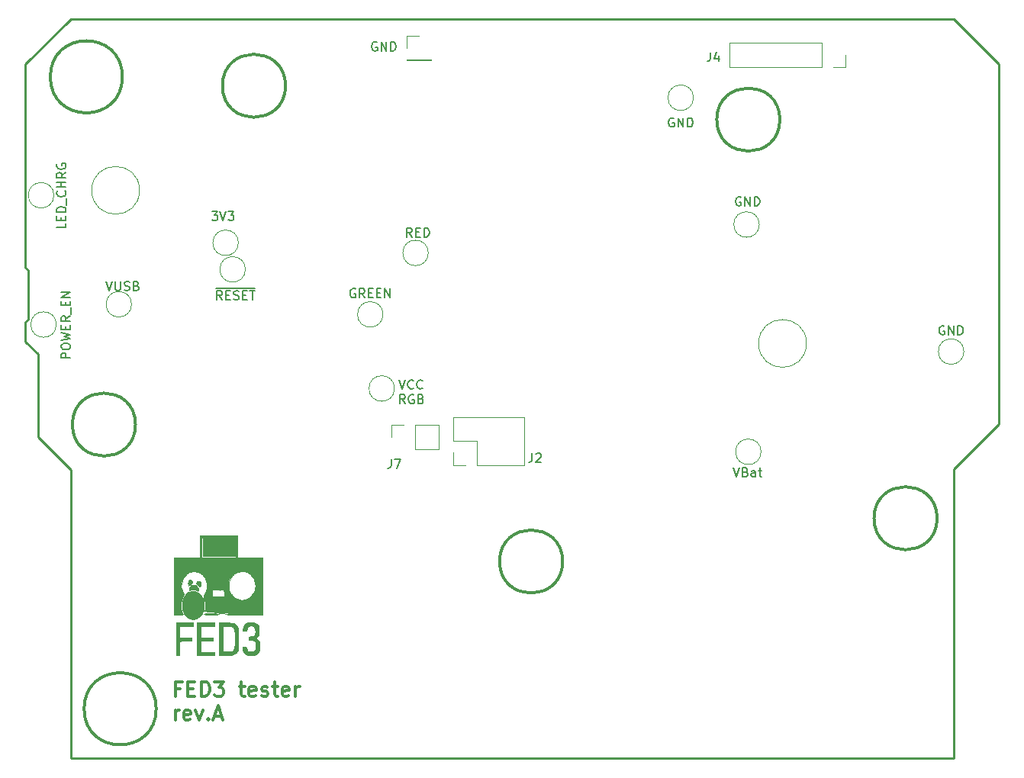
<source format=gbr>
%TF.GenerationSoftware,KiCad,Pcbnew,9.0.7*%
%TF.CreationDate,2026-02-04T15:51:40+00:00*%
%TF.ProjectId,FED3 tester 1st production aux,46454433-2074-4657-9374-657220317374,rev?*%
%TF.SameCoordinates,PX6146580PY6dc4960*%
%TF.FileFunction,Legend,Top*%
%TF.FilePolarity,Positive*%
%FSLAX46Y46*%
G04 Gerber Fmt 4.6, Leading zero omitted, Abs format (unit mm)*
G04 Created by KiCad (PCBNEW 9.0.7) date 2026-02-04 15:51:40*
%MOMM*%
%LPD*%
G01*
G04 APERTURE LIST*
%ADD10C,0.300000*%
%ADD11C,0.100000*%
%ADD12C,0.200000*%
%ADD13C,0.328168*%
%TA.AperFunction,Profile*%
%ADD14C,0.250000*%
%TD*%
G04 APERTURE END LIST*
D10*
X7200000Y37050000D02*
G75*
G02*
X200000Y37050000I-3500000J0D01*
G01*
X200000Y37050000D02*
G75*
G02*
X7200000Y37050000I3500000J0D01*
G01*
X5750000Y75650000D02*
G75*
G02*
X-2250000Y75650000I-4000000J0D01*
G01*
X-2250000Y75650000D02*
G75*
G02*
X5750000Y75650000I4000000J0D01*
G01*
D11*
X7651270Y63053600D02*
G75*
G02*
X2350930Y63053600I-2650170J0D01*
G01*
X2350930Y63053600D02*
G75*
G02*
X7651270Y63053600I2650170J0D01*
G01*
D10*
X23850000Y74658951D02*
G75*
G02*
X16850000Y74658951I-3500000J0D01*
G01*
X16850000Y74658951D02*
G75*
G02*
X23850000Y74658951I3500000J0D01*
G01*
D11*
X81651119Y46053600D02*
G75*
G02*
X76351081Y46053600I-2650019J0D01*
G01*
X76351081Y46053600D02*
G75*
G02*
X81651119Y46053600I2650019J0D01*
G01*
D10*
X96150000Y26650000D02*
G75*
G02*
X89150000Y26650000I-3500000J0D01*
G01*
X89150000Y26650000D02*
G75*
G02*
X96150000Y26650000I3500000J0D01*
G01*
X78700000Y70900000D02*
G75*
G02*
X71700000Y70900000I-3500000J0D01*
G01*
X71700000Y70900000D02*
G75*
G02*
X78700000Y70900000I3500000J0D01*
G01*
X9500000Y5500000D02*
G75*
G02*
X1500000Y5500000I-4000000J0D01*
G01*
X1500000Y5500000D02*
G75*
G02*
X9500000Y5500000I4000000J0D01*
G01*
X54600000Y21850000D02*
G75*
G02*
X47600000Y21850000I-3500000J0D01*
G01*
X47600000Y21850000D02*
G75*
G02*
X54600000Y21850000I3500000J0D01*
G01*
D12*
X-532781Y59402381D02*
X-532781Y58926191D01*
X-532781Y58926191D02*
X-1532781Y58926191D01*
X-1056591Y59735715D02*
X-1056591Y60069048D01*
X-532781Y60211905D02*
X-532781Y59735715D01*
X-532781Y59735715D02*
X-1532781Y59735715D01*
X-1532781Y59735715D02*
X-1532781Y60211905D01*
X-532781Y60640477D02*
X-1532781Y60640477D01*
X-1532781Y60640477D02*
X-1532781Y60878572D01*
X-1532781Y60878572D02*
X-1485162Y61021429D01*
X-1485162Y61021429D02*
X-1389924Y61116667D01*
X-1389924Y61116667D02*
X-1294686Y61164286D01*
X-1294686Y61164286D02*
X-1104210Y61211905D01*
X-1104210Y61211905D02*
X-961353Y61211905D01*
X-961353Y61211905D02*
X-770877Y61164286D01*
X-770877Y61164286D02*
X-675639Y61116667D01*
X-675639Y61116667D02*
X-580400Y61021429D01*
X-580400Y61021429D02*
X-532781Y60878572D01*
X-532781Y60878572D02*
X-532781Y60640477D01*
X-437543Y61402381D02*
X-437543Y62164286D01*
X-628020Y62973810D02*
X-580400Y62926191D01*
X-580400Y62926191D02*
X-532781Y62783334D01*
X-532781Y62783334D02*
X-532781Y62688096D01*
X-532781Y62688096D02*
X-580400Y62545239D01*
X-580400Y62545239D02*
X-675639Y62450001D01*
X-675639Y62450001D02*
X-770877Y62402382D01*
X-770877Y62402382D02*
X-961353Y62354763D01*
X-961353Y62354763D02*
X-1104210Y62354763D01*
X-1104210Y62354763D02*
X-1294686Y62402382D01*
X-1294686Y62402382D02*
X-1389924Y62450001D01*
X-1389924Y62450001D02*
X-1485162Y62545239D01*
X-1485162Y62545239D02*
X-1532781Y62688096D01*
X-1532781Y62688096D02*
X-1532781Y62783334D01*
X-1532781Y62783334D02*
X-1485162Y62926191D01*
X-1485162Y62926191D02*
X-1437543Y62973810D01*
X-532781Y63402382D02*
X-1532781Y63402382D01*
X-1056591Y63402382D02*
X-1056591Y63973810D01*
X-532781Y63973810D02*
X-1532781Y63973810D01*
X-532781Y65021429D02*
X-1008972Y64688096D01*
X-532781Y64450001D02*
X-1532781Y64450001D01*
X-1532781Y64450001D02*
X-1532781Y64830953D01*
X-1532781Y64830953D02*
X-1485162Y64926191D01*
X-1485162Y64926191D02*
X-1437543Y64973810D01*
X-1437543Y64973810D02*
X-1342305Y65021429D01*
X-1342305Y65021429D02*
X-1199448Y65021429D01*
X-1199448Y65021429D02*
X-1104210Y64973810D01*
X-1104210Y64973810D02*
X-1056591Y64926191D01*
X-1056591Y64926191D02*
X-1008972Y64830953D01*
X-1008972Y64830953D02*
X-1008972Y64450001D01*
X-1485162Y65973810D02*
X-1532781Y65878572D01*
X-1532781Y65878572D02*
X-1532781Y65735715D01*
X-1532781Y65735715D02*
X-1485162Y65592858D01*
X-1485162Y65592858D02*
X-1389924Y65497620D01*
X-1389924Y65497620D02*
X-1294686Y65450001D01*
X-1294686Y65450001D02*
X-1104210Y65402382D01*
X-1104210Y65402382D02*
X-961353Y65402382D01*
X-961353Y65402382D02*
X-770877Y65450001D01*
X-770877Y65450001D02*
X-675639Y65497620D01*
X-675639Y65497620D02*
X-580400Y65592858D01*
X-580400Y65592858D02*
X-532781Y65735715D01*
X-532781Y65735715D02*
X-532781Y65830953D01*
X-532781Y65830953D02*
X-580400Y65973810D01*
X-580400Y65973810D02*
X-628020Y66021429D01*
X-628020Y66021429D02*
X-961353Y66021429D01*
X-961353Y66021429D02*
X-961353Y65830953D01*
X3966667Y52932781D02*
X4300000Y51932781D01*
X4300000Y51932781D02*
X4633333Y52932781D01*
X4966667Y52932781D02*
X4966667Y52123258D01*
X4966667Y52123258D02*
X5014286Y52028020D01*
X5014286Y52028020D02*
X5061905Y51980400D01*
X5061905Y51980400D02*
X5157143Y51932781D01*
X5157143Y51932781D02*
X5347619Y51932781D01*
X5347619Y51932781D02*
X5442857Y51980400D01*
X5442857Y51980400D02*
X5490476Y52028020D01*
X5490476Y52028020D02*
X5538095Y52123258D01*
X5538095Y52123258D02*
X5538095Y52932781D01*
X5966667Y51980400D02*
X6109524Y51932781D01*
X6109524Y51932781D02*
X6347619Y51932781D01*
X6347619Y51932781D02*
X6442857Y51980400D01*
X6442857Y51980400D02*
X6490476Y52028020D01*
X6490476Y52028020D02*
X6538095Y52123258D01*
X6538095Y52123258D02*
X6538095Y52218496D01*
X6538095Y52218496D02*
X6490476Y52313734D01*
X6490476Y52313734D02*
X6442857Y52361353D01*
X6442857Y52361353D02*
X6347619Y52408972D01*
X6347619Y52408972D02*
X6157143Y52456591D01*
X6157143Y52456591D02*
X6061905Y52504210D01*
X6061905Y52504210D02*
X6014286Y52551829D01*
X6014286Y52551829D02*
X5966667Y52647067D01*
X5966667Y52647067D02*
X5966667Y52742305D01*
X5966667Y52742305D02*
X6014286Y52837543D01*
X6014286Y52837543D02*
X6061905Y52885162D01*
X6061905Y52885162D02*
X6157143Y52932781D01*
X6157143Y52932781D02*
X6395238Y52932781D01*
X6395238Y52932781D02*
X6538095Y52885162D01*
X7300000Y52456591D02*
X7442857Y52408972D01*
X7442857Y52408972D02*
X7490476Y52361353D01*
X7490476Y52361353D02*
X7538095Y52266115D01*
X7538095Y52266115D02*
X7538095Y52123258D01*
X7538095Y52123258D02*
X7490476Y52028020D01*
X7490476Y52028020D02*
X7442857Y51980400D01*
X7442857Y51980400D02*
X7347619Y51932781D01*
X7347619Y51932781D02*
X6966667Y51932781D01*
X6966667Y51932781D02*
X6966667Y52932781D01*
X6966667Y52932781D02*
X7300000Y52932781D01*
X7300000Y52932781D02*
X7395238Y52885162D01*
X7395238Y52885162D02*
X7442857Y52837543D01*
X7442857Y52837543D02*
X7490476Y52742305D01*
X7490476Y52742305D02*
X7490476Y52647067D01*
X7490476Y52647067D02*
X7442857Y52551829D01*
X7442857Y52551829D02*
X7395238Y52504210D01*
X7395238Y52504210D02*
X7300000Y52456591D01*
X7300000Y52456591D02*
X6966667Y52456591D01*
X-32781Y44433334D02*
X-1032781Y44433334D01*
X-1032781Y44433334D02*
X-1032781Y44814286D01*
X-1032781Y44814286D02*
X-985162Y44909524D01*
X-985162Y44909524D02*
X-937543Y44957143D01*
X-937543Y44957143D02*
X-842305Y45004762D01*
X-842305Y45004762D02*
X-699448Y45004762D01*
X-699448Y45004762D02*
X-604210Y44957143D01*
X-604210Y44957143D02*
X-556591Y44909524D01*
X-556591Y44909524D02*
X-508972Y44814286D01*
X-508972Y44814286D02*
X-508972Y44433334D01*
X-1032781Y45623810D02*
X-1032781Y45814286D01*
X-1032781Y45814286D02*
X-985162Y45909524D01*
X-985162Y45909524D02*
X-889924Y46004762D01*
X-889924Y46004762D02*
X-699448Y46052381D01*
X-699448Y46052381D02*
X-366115Y46052381D01*
X-366115Y46052381D02*
X-175639Y46004762D01*
X-175639Y46004762D02*
X-80400Y45909524D01*
X-80400Y45909524D02*
X-32781Y45814286D01*
X-32781Y45814286D02*
X-32781Y45623810D01*
X-32781Y45623810D02*
X-80400Y45528572D01*
X-80400Y45528572D02*
X-175639Y45433334D01*
X-175639Y45433334D02*
X-366115Y45385715D01*
X-366115Y45385715D02*
X-699448Y45385715D01*
X-699448Y45385715D02*
X-889924Y45433334D01*
X-889924Y45433334D02*
X-985162Y45528572D01*
X-985162Y45528572D02*
X-1032781Y45623810D01*
X-1032781Y46385715D02*
X-32781Y46623810D01*
X-32781Y46623810D02*
X-747067Y46814286D01*
X-747067Y46814286D02*
X-32781Y47004762D01*
X-32781Y47004762D02*
X-1032781Y47242857D01*
X-556591Y47623810D02*
X-556591Y47957143D01*
X-32781Y48100000D02*
X-32781Y47623810D01*
X-32781Y47623810D02*
X-1032781Y47623810D01*
X-1032781Y47623810D02*
X-1032781Y48100000D01*
X-32781Y49100000D02*
X-508972Y48766667D01*
X-32781Y48528572D02*
X-1032781Y48528572D01*
X-1032781Y48528572D02*
X-1032781Y48909524D01*
X-1032781Y48909524D02*
X-985162Y49004762D01*
X-985162Y49004762D02*
X-937543Y49052381D01*
X-937543Y49052381D02*
X-842305Y49100000D01*
X-842305Y49100000D02*
X-699448Y49100000D01*
X-699448Y49100000D02*
X-604210Y49052381D01*
X-604210Y49052381D02*
X-556591Y49004762D01*
X-556591Y49004762D02*
X-508972Y48909524D01*
X-508972Y48909524D02*
X-508972Y48528572D01*
X62457Y49290476D02*
X62457Y50052381D01*
X-556591Y50290477D02*
X-556591Y50623810D01*
X-32781Y50766667D02*
X-32781Y50290477D01*
X-32781Y50290477D02*
X-1032781Y50290477D01*
X-1032781Y50290477D02*
X-1032781Y50766667D01*
X-32781Y51195239D02*
X-1032781Y51195239D01*
X-1032781Y51195239D02*
X-32781Y51766667D01*
X-32781Y51766667D02*
X-1032781Y51766667D01*
X15686905Y60707781D02*
X16305952Y60707781D01*
X16305952Y60707781D02*
X15972619Y60326829D01*
X15972619Y60326829D02*
X16115476Y60326829D01*
X16115476Y60326829D02*
X16210714Y60279210D01*
X16210714Y60279210D02*
X16258333Y60231591D01*
X16258333Y60231591D02*
X16305952Y60136353D01*
X16305952Y60136353D02*
X16305952Y59898258D01*
X16305952Y59898258D02*
X16258333Y59803020D01*
X16258333Y59803020D02*
X16210714Y59755400D01*
X16210714Y59755400D02*
X16115476Y59707781D01*
X16115476Y59707781D02*
X15829762Y59707781D01*
X15829762Y59707781D02*
X15734524Y59755400D01*
X15734524Y59755400D02*
X15686905Y59803020D01*
X16591667Y60707781D02*
X16925000Y59707781D01*
X16925000Y59707781D02*
X17258333Y60707781D01*
X17496429Y60707781D02*
X18115476Y60707781D01*
X18115476Y60707781D02*
X17782143Y60326829D01*
X17782143Y60326829D02*
X17925000Y60326829D01*
X17925000Y60326829D02*
X18020238Y60279210D01*
X18020238Y60279210D02*
X18067857Y60231591D01*
X18067857Y60231591D02*
X18115476Y60136353D01*
X18115476Y60136353D02*
X18115476Y59898258D01*
X18115476Y59898258D02*
X18067857Y59803020D01*
X18067857Y59803020D02*
X18020238Y59755400D01*
X18020238Y59755400D02*
X17925000Y59707781D01*
X17925000Y59707781D02*
X17639286Y59707781D01*
X17639286Y59707781D02*
X17544048Y59755400D01*
X17544048Y59755400D02*
X17496429Y59803020D01*
X16822618Y50907781D02*
X16489285Y51383972D01*
X16251190Y50907781D02*
X16251190Y51907781D01*
X16251190Y51907781D02*
X16632142Y51907781D01*
X16632142Y51907781D02*
X16727380Y51860162D01*
X16727380Y51860162D02*
X16774999Y51812543D01*
X16774999Y51812543D02*
X16822618Y51717305D01*
X16822618Y51717305D02*
X16822618Y51574448D01*
X16822618Y51574448D02*
X16774999Y51479210D01*
X16774999Y51479210D02*
X16727380Y51431591D01*
X16727380Y51431591D02*
X16632142Y51383972D01*
X16632142Y51383972D02*
X16251190Y51383972D01*
X17251190Y51431591D02*
X17584523Y51431591D01*
X17727380Y50907781D02*
X17251190Y50907781D01*
X17251190Y50907781D02*
X17251190Y51907781D01*
X17251190Y51907781D02*
X17727380Y51907781D01*
X18108333Y50955400D02*
X18251190Y50907781D01*
X18251190Y50907781D02*
X18489285Y50907781D01*
X18489285Y50907781D02*
X18584523Y50955400D01*
X18584523Y50955400D02*
X18632142Y51003020D01*
X18632142Y51003020D02*
X18679761Y51098258D01*
X18679761Y51098258D02*
X18679761Y51193496D01*
X18679761Y51193496D02*
X18632142Y51288734D01*
X18632142Y51288734D02*
X18584523Y51336353D01*
X18584523Y51336353D02*
X18489285Y51383972D01*
X18489285Y51383972D02*
X18298809Y51431591D01*
X18298809Y51431591D02*
X18203571Y51479210D01*
X18203571Y51479210D02*
X18155952Y51526829D01*
X18155952Y51526829D02*
X18108333Y51622067D01*
X18108333Y51622067D02*
X18108333Y51717305D01*
X18108333Y51717305D02*
X18155952Y51812543D01*
X18155952Y51812543D02*
X18203571Y51860162D01*
X18203571Y51860162D02*
X18298809Y51907781D01*
X18298809Y51907781D02*
X18536904Y51907781D01*
X18536904Y51907781D02*
X18679761Y51860162D01*
X19108333Y51431591D02*
X19441666Y51431591D01*
X19584523Y50907781D02*
X19108333Y50907781D01*
X19108333Y50907781D02*
X19108333Y51907781D01*
X19108333Y51907781D02*
X19584523Y51907781D01*
X19870238Y51907781D02*
X20441666Y51907781D01*
X20155952Y50907781D02*
X20155952Y51907781D01*
X16113095Y52185400D02*
X20436905Y52185400D01*
X96929195Y47970162D02*
X96833957Y48017781D01*
X96833957Y48017781D02*
X96691100Y48017781D01*
X96691100Y48017781D02*
X96548243Y47970162D01*
X96548243Y47970162D02*
X96453005Y47874924D01*
X96453005Y47874924D02*
X96405386Y47779686D01*
X96405386Y47779686D02*
X96357767Y47589210D01*
X96357767Y47589210D02*
X96357767Y47446353D01*
X96357767Y47446353D02*
X96405386Y47255877D01*
X96405386Y47255877D02*
X96453005Y47160639D01*
X96453005Y47160639D02*
X96548243Y47065400D01*
X96548243Y47065400D02*
X96691100Y47017781D01*
X96691100Y47017781D02*
X96786338Y47017781D01*
X96786338Y47017781D02*
X96929195Y47065400D01*
X96929195Y47065400D02*
X96976814Y47113020D01*
X96976814Y47113020D02*
X96976814Y47446353D01*
X96976814Y47446353D02*
X96786338Y47446353D01*
X97405386Y47017781D02*
X97405386Y48017781D01*
X97405386Y48017781D02*
X97976814Y47017781D01*
X97976814Y47017781D02*
X97976814Y48017781D01*
X98453005Y47017781D02*
X98453005Y48017781D01*
X98453005Y48017781D02*
X98691100Y48017781D01*
X98691100Y48017781D02*
X98833957Y47970162D01*
X98833957Y47970162D02*
X98929195Y47874924D01*
X98929195Y47874924D02*
X98976814Y47779686D01*
X98976814Y47779686D02*
X99024433Y47589210D01*
X99024433Y47589210D02*
X99024433Y47446353D01*
X99024433Y47446353D02*
X98976814Y47255877D01*
X98976814Y47255877D02*
X98929195Y47160639D01*
X98929195Y47160639D02*
X98833957Y47065400D01*
X98833957Y47065400D02*
X98691100Y47017781D01*
X98691100Y47017781D02*
X98453005Y47017781D01*
X36466667Y41992725D02*
X36800000Y40992725D01*
X36800000Y40992725D02*
X37133333Y41992725D01*
X38038095Y41087964D02*
X37990476Y41040344D01*
X37990476Y41040344D02*
X37847619Y40992725D01*
X37847619Y40992725D02*
X37752381Y40992725D01*
X37752381Y40992725D02*
X37609524Y41040344D01*
X37609524Y41040344D02*
X37514286Y41135583D01*
X37514286Y41135583D02*
X37466667Y41230821D01*
X37466667Y41230821D02*
X37419048Y41421297D01*
X37419048Y41421297D02*
X37419048Y41564154D01*
X37419048Y41564154D02*
X37466667Y41754630D01*
X37466667Y41754630D02*
X37514286Y41849868D01*
X37514286Y41849868D02*
X37609524Y41945106D01*
X37609524Y41945106D02*
X37752381Y41992725D01*
X37752381Y41992725D02*
X37847619Y41992725D01*
X37847619Y41992725D02*
X37990476Y41945106D01*
X37990476Y41945106D02*
X38038095Y41897487D01*
X39038095Y41087964D02*
X38990476Y41040344D01*
X38990476Y41040344D02*
X38847619Y40992725D01*
X38847619Y40992725D02*
X38752381Y40992725D01*
X38752381Y40992725D02*
X38609524Y41040344D01*
X38609524Y41040344D02*
X38514286Y41135583D01*
X38514286Y41135583D02*
X38466667Y41230821D01*
X38466667Y41230821D02*
X38419048Y41421297D01*
X38419048Y41421297D02*
X38419048Y41564154D01*
X38419048Y41564154D02*
X38466667Y41754630D01*
X38466667Y41754630D02*
X38514286Y41849868D01*
X38514286Y41849868D02*
X38609524Y41945106D01*
X38609524Y41945106D02*
X38752381Y41992725D01*
X38752381Y41992725D02*
X38847619Y41992725D01*
X38847619Y41992725D02*
X38990476Y41945106D01*
X38990476Y41945106D02*
X39038095Y41897487D01*
X37109523Y39382781D02*
X36776190Y39858972D01*
X36538095Y39382781D02*
X36538095Y40382781D01*
X36538095Y40382781D02*
X36919047Y40382781D01*
X36919047Y40382781D02*
X37014285Y40335162D01*
X37014285Y40335162D02*
X37061904Y40287543D01*
X37061904Y40287543D02*
X37109523Y40192305D01*
X37109523Y40192305D02*
X37109523Y40049448D01*
X37109523Y40049448D02*
X37061904Y39954210D01*
X37061904Y39954210D02*
X37014285Y39906591D01*
X37014285Y39906591D02*
X36919047Y39858972D01*
X36919047Y39858972D02*
X36538095Y39858972D01*
X38061904Y40335162D02*
X37966666Y40382781D01*
X37966666Y40382781D02*
X37823809Y40382781D01*
X37823809Y40382781D02*
X37680952Y40335162D01*
X37680952Y40335162D02*
X37585714Y40239924D01*
X37585714Y40239924D02*
X37538095Y40144686D01*
X37538095Y40144686D02*
X37490476Y39954210D01*
X37490476Y39954210D02*
X37490476Y39811353D01*
X37490476Y39811353D02*
X37538095Y39620877D01*
X37538095Y39620877D02*
X37585714Y39525639D01*
X37585714Y39525639D02*
X37680952Y39430400D01*
X37680952Y39430400D02*
X37823809Y39382781D01*
X37823809Y39382781D02*
X37919047Y39382781D01*
X37919047Y39382781D02*
X38061904Y39430400D01*
X38061904Y39430400D02*
X38109523Y39478020D01*
X38109523Y39478020D02*
X38109523Y39811353D01*
X38109523Y39811353D02*
X37919047Y39811353D01*
X38871428Y39906591D02*
X39014285Y39858972D01*
X39014285Y39858972D02*
X39061904Y39811353D01*
X39061904Y39811353D02*
X39109523Y39716115D01*
X39109523Y39716115D02*
X39109523Y39573258D01*
X39109523Y39573258D02*
X39061904Y39478020D01*
X39061904Y39478020D02*
X39014285Y39430400D01*
X39014285Y39430400D02*
X38919047Y39382781D01*
X38919047Y39382781D02*
X38538095Y39382781D01*
X38538095Y39382781D02*
X38538095Y40382781D01*
X38538095Y40382781D02*
X38871428Y40382781D01*
X38871428Y40382781D02*
X38966666Y40335162D01*
X38966666Y40335162D02*
X39014285Y40287543D01*
X39014285Y40287543D02*
X39061904Y40192305D01*
X39061904Y40192305D02*
X39061904Y40097067D01*
X39061904Y40097067D02*
X39014285Y40001829D01*
X39014285Y40001829D02*
X38966666Y39954210D01*
X38966666Y39954210D02*
X38871428Y39906591D01*
X38871428Y39906591D02*
X38538095Y39906591D01*
X74363095Y62285162D02*
X74267857Y62332781D01*
X74267857Y62332781D02*
X74125000Y62332781D01*
X74125000Y62332781D02*
X73982143Y62285162D01*
X73982143Y62285162D02*
X73886905Y62189924D01*
X73886905Y62189924D02*
X73839286Y62094686D01*
X73839286Y62094686D02*
X73791667Y61904210D01*
X73791667Y61904210D02*
X73791667Y61761353D01*
X73791667Y61761353D02*
X73839286Y61570877D01*
X73839286Y61570877D02*
X73886905Y61475639D01*
X73886905Y61475639D02*
X73982143Y61380400D01*
X73982143Y61380400D02*
X74125000Y61332781D01*
X74125000Y61332781D02*
X74220238Y61332781D01*
X74220238Y61332781D02*
X74363095Y61380400D01*
X74363095Y61380400D02*
X74410714Y61428020D01*
X74410714Y61428020D02*
X74410714Y61761353D01*
X74410714Y61761353D02*
X74220238Y61761353D01*
X74839286Y61332781D02*
X74839286Y62332781D01*
X74839286Y62332781D02*
X75410714Y61332781D01*
X75410714Y61332781D02*
X75410714Y62332781D01*
X75886905Y61332781D02*
X75886905Y62332781D01*
X75886905Y62332781D02*
X76125000Y62332781D01*
X76125000Y62332781D02*
X76267857Y62285162D01*
X76267857Y62285162D02*
X76363095Y62189924D01*
X76363095Y62189924D02*
X76410714Y62094686D01*
X76410714Y62094686D02*
X76458333Y61904210D01*
X76458333Y61904210D02*
X76458333Y61761353D01*
X76458333Y61761353D02*
X76410714Y61570877D01*
X76410714Y61570877D02*
X76363095Y61475639D01*
X76363095Y61475639D02*
X76267857Y61380400D01*
X76267857Y61380400D02*
X76125000Y61332781D01*
X76125000Y61332781D02*
X75886905Y61332781D01*
X31593482Y52085162D02*
X31498244Y52132781D01*
X31498244Y52132781D02*
X31355387Y52132781D01*
X31355387Y52132781D02*
X31212530Y52085162D01*
X31212530Y52085162D02*
X31117292Y51989924D01*
X31117292Y51989924D02*
X31069673Y51894686D01*
X31069673Y51894686D02*
X31022054Y51704210D01*
X31022054Y51704210D02*
X31022054Y51561353D01*
X31022054Y51561353D02*
X31069673Y51370877D01*
X31069673Y51370877D02*
X31117292Y51275639D01*
X31117292Y51275639D02*
X31212530Y51180400D01*
X31212530Y51180400D02*
X31355387Y51132781D01*
X31355387Y51132781D02*
X31450625Y51132781D01*
X31450625Y51132781D02*
X31593482Y51180400D01*
X31593482Y51180400D02*
X31641101Y51228020D01*
X31641101Y51228020D02*
X31641101Y51561353D01*
X31641101Y51561353D02*
X31450625Y51561353D01*
X32641101Y51132781D02*
X32307768Y51608972D01*
X32069673Y51132781D02*
X32069673Y52132781D01*
X32069673Y52132781D02*
X32450625Y52132781D01*
X32450625Y52132781D02*
X32545863Y52085162D01*
X32545863Y52085162D02*
X32593482Y52037543D01*
X32593482Y52037543D02*
X32641101Y51942305D01*
X32641101Y51942305D02*
X32641101Y51799448D01*
X32641101Y51799448D02*
X32593482Y51704210D01*
X32593482Y51704210D02*
X32545863Y51656591D01*
X32545863Y51656591D02*
X32450625Y51608972D01*
X32450625Y51608972D02*
X32069673Y51608972D01*
X33069673Y51656591D02*
X33403006Y51656591D01*
X33545863Y51132781D02*
X33069673Y51132781D01*
X33069673Y51132781D02*
X33069673Y52132781D01*
X33069673Y52132781D02*
X33545863Y52132781D01*
X33974435Y51656591D02*
X34307768Y51656591D01*
X34450625Y51132781D02*
X33974435Y51132781D01*
X33974435Y51132781D02*
X33974435Y52132781D01*
X33974435Y52132781D02*
X34450625Y52132781D01*
X34879197Y51132781D02*
X34879197Y52132781D01*
X34879197Y52132781D02*
X35450625Y51132781D01*
X35450625Y51132781D02*
X35450625Y52132781D01*
X37891101Y57882781D02*
X37557768Y58358972D01*
X37319673Y57882781D02*
X37319673Y58882781D01*
X37319673Y58882781D02*
X37700625Y58882781D01*
X37700625Y58882781D02*
X37795863Y58835162D01*
X37795863Y58835162D02*
X37843482Y58787543D01*
X37843482Y58787543D02*
X37891101Y58692305D01*
X37891101Y58692305D02*
X37891101Y58549448D01*
X37891101Y58549448D02*
X37843482Y58454210D01*
X37843482Y58454210D02*
X37795863Y58406591D01*
X37795863Y58406591D02*
X37700625Y58358972D01*
X37700625Y58358972D02*
X37319673Y58358972D01*
X38319673Y58406591D02*
X38653006Y58406591D01*
X38795863Y57882781D02*
X38319673Y57882781D01*
X38319673Y57882781D02*
X38319673Y58882781D01*
X38319673Y58882781D02*
X38795863Y58882781D01*
X39224435Y57882781D02*
X39224435Y58882781D01*
X39224435Y58882781D02*
X39462530Y58882781D01*
X39462530Y58882781D02*
X39605387Y58835162D01*
X39605387Y58835162D02*
X39700625Y58739924D01*
X39700625Y58739924D02*
X39748244Y58644686D01*
X39748244Y58644686D02*
X39795863Y58454210D01*
X39795863Y58454210D02*
X39795863Y58311353D01*
X39795863Y58311353D02*
X39748244Y58120877D01*
X39748244Y58120877D02*
X39700625Y58025639D01*
X39700625Y58025639D02*
X39605387Y57930400D01*
X39605387Y57930400D02*
X39462530Y57882781D01*
X39462530Y57882781D02*
X39224435Y57882781D01*
X73559671Y32261381D02*
X73893004Y31261381D01*
X73893004Y31261381D02*
X74226337Y32261381D01*
X74893004Y31785191D02*
X75035861Y31737572D01*
X75035861Y31737572D02*
X75083480Y31689953D01*
X75083480Y31689953D02*
X75131099Y31594715D01*
X75131099Y31594715D02*
X75131099Y31451858D01*
X75131099Y31451858D02*
X75083480Y31356620D01*
X75083480Y31356620D02*
X75035861Y31309000D01*
X75035861Y31309000D02*
X74940623Y31261381D01*
X74940623Y31261381D02*
X74559671Y31261381D01*
X74559671Y31261381D02*
X74559671Y32261381D01*
X74559671Y32261381D02*
X74893004Y32261381D01*
X74893004Y32261381D02*
X74988242Y32213762D01*
X74988242Y32213762D02*
X75035861Y32166143D01*
X75035861Y32166143D02*
X75083480Y32070905D01*
X75083480Y32070905D02*
X75083480Y31975667D01*
X75083480Y31975667D02*
X75035861Y31880429D01*
X75035861Y31880429D02*
X74988242Y31832810D01*
X74988242Y31832810D02*
X74893004Y31785191D01*
X74893004Y31785191D02*
X74559671Y31785191D01*
X75988242Y31261381D02*
X75988242Y31785191D01*
X75988242Y31785191D02*
X75940623Y31880429D01*
X75940623Y31880429D02*
X75845385Y31928048D01*
X75845385Y31928048D02*
X75654909Y31928048D01*
X75654909Y31928048D02*
X75559671Y31880429D01*
X75988242Y31309000D02*
X75893004Y31261381D01*
X75893004Y31261381D02*
X75654909Y31261381D01*
X75654909Y31261381D02*
X75559671Y31309000D01*
X75559671Y31309000D02*
X75512052Y31404239D01*
X75512052Y31404239D02*
X75512052Y31499477D01*
X75512052Y31499477D02*
X75559671Y31594715D01*
X75559671Y31594715D02*
X75654909Y31642334D01*
X75654909Y31642334D02*
X75893004Y31642334D01*
X75893004Y31642334D02*
X75988242Y31689953D01*
X76321576Y31928048D02*
X76702528Y31928048D01*
X76464433Y32261381D02*
X76464433Y31404239D01*
X76464433Y31404239D02*
X76512052Y31309000D01*
X76512052Y31309000D02*
X76607290Y31261381D01*
X76607290Y31261381D02*
X76702528Y31261381D01*
X66939195Y71035162D02*
X66843957Y71082781D01*
X66843957Y71082781D02*
X66701100Y71082781D01*
X66701100Y71082781D02*
X66558243Y71035162D01*
X66558243Y71035162D02*
X66463005Y70939924D01*
X66463005Y70939924D02*
X66415386Y70844686D01*
X66415386Y70844686D02*
X66367767Y70654210D01*
X66367767Y70654210D02*
X66367767Y70511353D01*
X66367767Y70511353D02*
X66415386Y70320877D01*
X66415386Y70320877D02*
X66463005Y70225639D01*
X66463005Y70225639D02*
X66558243Y70130400D01*
X66558243Y70130400D02*
X66701100Y70082781D01*
X66701100Y70082781D02*
X66796338Y70082781D01*
X66796338Y70082781D02*
X66939195Y70130400D01*
X66939195Y70130400D02*
X66986814Y70178020D01*
X66986814Y70178020D02*
X66986814Y70511353D01*
X66986814Y70511353D02*
X66796338Y70511353D01*
X67415386Y70082781D02*
X67415386Y71082781D01*
X67415386Y71082781D02*
X67986814Y70082781D01*
X67986814Y70082781D02*
X67986814Y71082781D01*
X68463005Y70082781D02*
X68463005Y71082781D01*
X68463005Y71082781D02*
X68701100Y71082781D01*
X68701100Y71082781D02*
X68843957Y71035162D01*
X68843957Y71035162D02*
X68939195Y70939924D01*
X68939195Y70939924D02*
X68986814Y70844686D01*
X68986814Y70844686D02*
X69034433Y70654210D01*
X69034433Y70654210D02*
X69034433Y70511353D01*
X69034433Y70511353D02*
X68986814Y70320877D01*
X68986814Y70320877D02*
X68939195Y70225639D01*
X68939195Y70225639D02*
X68843957Y70130400D01*
X68843957Y70130400D02*
X68701100Y70082781D01*
X68701100Y70082781D02*
X68463005Y70082781D01*
X33989195Y79485162D02*
X33893957Y79532781D01*
X33893957Y79532781D02*
X33751100Y79532781D01*
X33751100Y79532781D02*
X33608243Y79485162D01*
X33608243Y79485162D02*
X33513005Y79389924D01*
X33513005Y79389924D02*
X33465386Y79294686D01*
X33465386Y79294686D02*
X33417767Y79104210D01*
X33417767Y79104210D02*
X33417767Y78961353D01*
X33417767Y78961353D02*
X33465386Y78770877D01*
X33465386Y78770877D02*
X33513005Y78675639D01*
X33513005Y78675639D02*
X33608243Y78580400D01*
X33608243Y78580400D02*
X33751100Y78532781D01*
X33751100Y78532781D02*
X33846338Y78532781D01*
X33846338Y78532781D02*
X33989195Y78580400D01*
X33989195Y78580400D02*
X34036814Y78628020D01*
X34036814Y78628020D02*
X34036814Y78961353D01*
X34036814Y78961353D02*
X33846338Y78961353D01*
X34465386Y78532781D02*
X34465386Y79532781D01*
X34465386Y79532781D02*
X35036814Y78532781D01*
X35036814Y78532781D02*
X35036814Y79532781D01*
X35513005Y78532781D02*
X35513005Y79532781D01*
X35513005Y79532781D02*
X35751100Y79532781D01*
X35751100Y79532781D02*
X35893957Y79485162D01*
X35893957Y79485162D02*
X35989195Y79389924D01*
X35989195Y79389924D02*
X36036814Y79294686D01*
X36036814Y79294686D02*
X36084433Y79104210D01*
X36084433Y79104210D02*
X36084433Y78961353D01*
X36084433Y78961353D02*
X36036814Y78770877D01*
X36036814Y78770877D02*
X35989195Y78675639D01*
X35989195Y78675639D02*
X35893957Y78580400D01*
X35893957Y78580400D02*
X35751100Y78532781D01*
X35751100Y78532781D02*
X35513005Y78532781D01*
D13*
X12153522Y7744021D02*
X11606576Y7744021D01*
X11606576Y6884533D02*
X11606576Y8525373D01*
X11606576Y8525373D02*
X12387928Y8525373D01*
X13013010Y7744021D02*
X13559956Y7744021D01*
X13794362Y6884533D02*
X13013010Y6884533D01*
X13013010Y6884533D02*
X13013010Y8525373D01*
X13013010Y8525373D02*
X13794362Y8525373D01*
X14497580Y6884533D02*
X14497580Y8525373D01*
X14497580Y8525373D02*
X14888256Y8525373D01*
X14888256Y8525373D02*
X15122662Y8447238D01*
X15122662Y8447238D02*
X15278932Y8290968D01*
X15278932Y8290968D02*
X15357067Y8134697D01*
X15357067Y8134697D02*
X15435203Y7822156D01*
X15435203Y7822156D02*
X15435203Y7587750D01*
X15435203Y7587750D02*
X15357067Y7275209D01*
X15357067Y7275209D02*
X15278932Y7118939D01*
X15278932Y7118939D02*
X15122662Y6962668D01*
X15122662Y6962668D02*
X14888256Y6884533D01*
X14888256Y6884533D02*
X14497580Y6884533D01*
X15982149Y8525373D02*
X16997907Y8525373D01*
X16997907Y8525373D02*
X16450961Y7900291D01*
X16450961Y7900291D02*
X16685366Y7900291D01*
X16685366Y7900291D02*
X16841637Y7822156D01*
X16841637Y7822156D02*
X16919772Y7744021D01*
X16919772Y7744021D02*
X16997907Y7587750D01*
X16997907Y7587750D02*
X16997907Y7197074D01*
X16997907Y7197074D02*
X16919772Y7040804D01*
X16919772Y7040804D02*
X16841637Y6962668D01*
X16841637Y6962668D02*
X16685366Y6884533D01*
X16685366Y6884533D02*
X16216555Y6884533D01*
X16216555Y6884533D02*
X16060284Y6962668D01*
X16060284Y6962668D02*
X15982149Y7040804D01*
X18716883Y7978427D02*
X19341965Y7978427D01*
X18951289Y8525373D02*
X18951289Y7118939D01*
X18951289Y7118939D02*
X19029424Y6962668D01*
X19029424Y6962668D02*
X19185694Y6884533D01*
X19185694Y6884533D02*
X19341965Y6884533D01*
X20513994Y6962668D02*
X20357723Y6884533D01*
X20357723Y6884533D02*
X20045182Y6884533D01*
X20045182Y6884533D02*
X19888912Y6962668D01*
X19888912Y6962668D02*
X19810776Y7118939D01*
X19810776Y7118939D02*
X19810776Y7744021D01*
X19810776Y7744021D02*
X19888912Y7900291D01*
X19888912Y7900291D02*
X20045182Y7978427D01*
X20045182Y7978427D02*
X20357723Y7978427D01*
X20357723Y7978427D02*
X20513994Y7900291D01*
X20513994Y7900291D02*
X20592129Y7744021D01*
X20592129Y7744021D02*
X20592129Y7587750D01*
X20592129Y7587750D02*
X19810776Y7431480D01*
X21217210Y6962668D02*
X21373481Y6884533D01*
X21373481Y6884533D02*
X21686022Y6884533D01*
X21686022Y6884533D02*
X21842292Y6962668D01*
X21842292Y6962668D02*
X21920428Y7118939D01*
X21920428Y7118939D02*
X21920428Y7197074D01*
X21920428Y7197074D02*
X21842292Y7353345D01*
X21842292Y7353345D02*
X21686022Y7431480D01*
X21686022Y7431480D02*
X21451616Y7431480D01*
X21451616Y7431480D02*
X21295346Y7509615D01*
X21295346Y7509615D02*
X21217210Y7665886D01*
X21217210Y7665886D02*
X21217210Y7744021D01*
X21217210Y7744021D02*
X21295346Y7900291D01*
X21295346Y7900291D02*
X21451616Y7978427D01*
X21451616Y7978427D02*
X21686022Y7978427D01*
X21686022Y7978427D02*
X21842292Y7900291D01*
X22389239Y7978427D02*
X23014321Y7978427D01*
X22623645Y8525373D02*
X22623645Y7118939D01*
X22623645Y7118939D02*
X22701780Y6962668D01*
X22701780Y6962668D02*
X22858050Y6884533D01*
X22858050Y6884533D02*
X23014321Y6884533D01*
X24186350Y6962668D02*
X24030079Y6884533D01*
X24030079Y6884533D02*
X23717538Y6884533D01*
X23717538Y6884533D02*
X23561268Y6962668D01*
X23561268Y6962668D02*
X23483132Y7118939D01*
X23483132Y7118939D02*
X23483132Y7744021D01*
X23483132Y7744021D02*
X23561268Y7900291D01*
X23561268Y7900291D02*
X23717538Y7978427D01*
X23717538Y7978427D02*
X24030079Y7978427D01*
X24030079Y7978427D02*
X24186350Y7900291D01*
X24186350Y7900291D02*
X24264485Y7744021D01*
X24264485Y7744021D02*
X24264485Y7587750D01*
X24264485Y7587750D02*
X23483132Y7431480D01*
X24967702Y6884533D02*
X24967702Y7978427D01*
X24967702Y7665886D02*
X25045837Y7822156D01*
X25045837Y7822156D02*
X25123972Y7900291D01*
X25123972Y7900291D02*
X25280243Y7978427D01*
X25280243Y7978427D02*
X25436513Y7978427D01*
X11606576Y4242872D02*
X11606576Y5336766D01*
X11606576Y5024225D02*
X11684711Y5180495D01*
X11684711Y5180495D02*
X11762846Y5258630D01*
X11762846Y5258630D02*
X11919117Y5336766D01*
X11919117Y5336766D02*
X12075387Y5336766D01*
X13247416Y4321007D02*
X13091145Y4242872D01*
X13091145Y4242872D02*
X12778604Y4242872D01*
X12778604Y4242872D02*
X12622334Y4321007D01*
X12622334Y4321007D02*
X12544198Y4477278D01*
X12544198Y4477278D02*
X12544198Y5102360D01*
X12544198Y5102360D02*
X12622334Y5258630D01*
X12622334Y5258630D02*
X12778604Y5336766D01*
X12778604Y5336766D02*
X13091145Y5336766D01*
X13091145Y5336766D02*
X13247416Y5258630D01*
X13247416Y5258630D02*
X13325551Y5102360D01*
X13325551Y5102360D02*
X13325551Y4946089D01*
X13325551Y4946089D02*
X12544198Y4789819D01*
X13872497Y5336766D02*
X14263173Y4242872D01*
X14263173Y4242872D02*
X14653850Y5336766D01*
X15278932Y4399143D02*
X15357067Y4321007D01*
X15357067Y4321007D02*
X15278932Y4242872D01*
X15278932Y4242872D02*
X15200796Y4321007D01*
X15200796Y4321007D02*
X15278932Y4399143D01*
X15278932Y4399143D02*
X15278932Y4242872D01*
X15982148Y4711684D02*
X16763501Y4711684D01*
X15825878Y4242872D02*
X16372825Y5883712D01*
X16372825Y5883712D02*
X16919771Y4242872D01*
D12*
X35566666Y33222781D02*
X35566666Y32508496D01*
X35566666Y32508496D02*
X35519047Y32365639D01*
X35519047Y32365639D02*
X35423809Y32270400D01*
X35423809Y32270400D02*
X35280952Y32222781D01*
X35280952Y32222781D02*
X35185714Y32222781D01*
X35947619Y33222781D02*
X36614285Y33222781D01*
X36614285Y33222781D02*
X36185714Y32222781D01*
X51216666Y33872781D02*
X51216666Y33158496D01*
X51216666Y33158496D02*
X51169047Y33015639D01*
X51169047Y33015639D02*
X51073809Y32920400D01*
X51073809Y32920400D02*
X50930952Y32872781D01*
X50930952Y32872781D02*
X50835714Y32872781D01*
X51645238Y33777543D02*
X51692857Y33825162D01*
X51692857Y33825162D02*
X51788095Y33872781D01*
X51788095Y33872781D02*
X52026190Y33872781D01*
X52026190Y33872781D02*
X52121428Y33825162D01*
X52121428Y33825162D02*
X52169047Y33777543D01*
X52169047Y33777543D02*
X52216666Y33682305D01*
X52216666Y33682305D02*
X52216666Y33587067D01*
X52216666Y33587067D02*
X52169047Y33444210D01*
X52169047Y33444210D02*
X51597619Y32872781D01*
X51597619Y32872781D02*
X52216666Y32872781D01*
X70997766Y78361381D02*
X70997766Y77647096D01*
X70997766Y77647096D02*
X70950147Y77504239D01*
X70950147Y77504239D02*
X70854909Y77409000D01*
X70854909Y77409000D02*
X70712052Y77361381D01*
X70712052Y77361381D02*
X70616814Y77361381D01*
X71902528Y78028048D02*
X71902528Y77361381D01*
X71664433Y78409000D02*
X71426338Y77694715D01*
X71426338Y77694715D02*
X72045385Y77694715D01*
D11*
%TO.C,TP6*%
X35941197Y41053600D02*
G75*
G02*
X33111003Y41053600I-1415097J0D01*
G01*
X33111003Y41053600D02*
G75*
G02*
X35941197Y41053600I1415097J0D01*
G01*
%TO.C,TP3*%
X18616197Y57228600D02*
G75*
G02*
X15786003Y57228600I-1415097J0D01*
G01*
X15786003Y57228600D02*
G75*
G02*
X18616197Y57228600I1415097J0D01*
G01*
%TO.C,TP11*%
X19391197Y54278600D02*
G75*
G02*
X16561003Y54278600I-1415097J0D01*
G01*
X16561003Y54278600D02*
G75*
G02*
X19391197Y54278600I1415097J0D01*
G01*
%TO.C,TP12*%
X34666197Y49278600D02*
G75*
G02*
X31836003Y49278600I-1415097J0D01*
G01*
X31836003Y49278600D02*
G75*
G02*
X34666197Y49278600I1415097J0D01*
G01*
%TO.C,TP7*%
X99116197Y45153600D02*
G75*
G02*
X96286003Y45153600I-1415097J0D01*
G01*
X96286003Y45153600D02*
G75*
G02*
X99116197Y45153600I1415097J0D01*
G01*
%TO.C,TP10*%
X-1858803Y62503600D02*
G75*
G02*
X-4688997Y62503600I-1415097J0D01*
G01*
X-4688997Y62503600D02*
G75*
G02*
X-1858803Y62503600I1415097J0D01*
G01*
%TO.C,TP8*%
X76416197Y59253600D02*
G75*
G02*
X73586003Y59253600I-1415097J0D01*
G01*
X73586003Y59253600D02*
G75*
G02*
X76416197Y59253600I1415097J0D01*
G01*
%TO.C,J7*%
X35621100Y36983600D02*
X36951100Y36983600D01*
X35621100Y35653600D02*
X35621100Y36983600D01*
X38221100Y36983600D02*
X40821100Y36983600D01*
X38221100Y34323600D02*
X38221100Y36983600D01*
X38221100Y34323600D02*
X40821100Y34323600D01*
X40821100Y34323600D02*
X40821100Y36983600D01*
%TO.C,TP9*%
X-1583803Y48153600D02*
G75*
G02*
X-4413997Y48153600I-1415097J0D01*
G01*
X-4413997Y48153600D02*
G75*
G02*
X-1583803Y48153600I1415097J0D01*
G01*
%TO.C,TP4*%
X6766197Y50403600D02*
G75*
G02*
X3936003Y50403600I-1415097J0D01*
G01*
X3936003Y50403600D02*
G75*
G02*
X6766197Y50403600I1415097J0D01*
G01*
%TO.C,TP2*%
X76616197Y34028600D02*
G75*
G02*
X73786003Y34028600I-1415097J0D01*
G01*
X73786003Y34028600D02*
G75*
G02*
X76616197Y34028600I1415097J0D01*
G01*
%TO.C,J2*%
X50299050Y32563857D02*
X50299050Y37863857D01*
X45109050Y32563857D02*
X50299050Y32563857D01*
X45109050Y32563857D02*
X45109050Y35213857D01*
X45109050Y35213857D02*
X42459050Y35213857D01*
X43839050Y32563857D02*
X42459050Y32563857D01*
X42459050Y32563857D02*
X42459050Y33943857D01*
X42459050Y35213857D02*
X42459050Y37863857D01*
X42459050Y37863857D02*
X50299050Y37863857D01*
%TO.C,TP1*%
X37271100Y80230000D02*
X38651100Y80230000D01*
X37271100Y78850000D02*
X37271100Y80230000D01*
X37271100Y77580000D02*
X37271100Y77470000D01*
X37271100Y77580000D02*
X40031100Y77580000D01*
X37271100Y77470000D02*
X40031100Y77470000D01*
X40031100Y77580000D02*
X40031100Y77470000D01*
%TO.C,TP5*%
X69116197Y73328600D02*
G75*
G02*
X66286003Y73328600I-1415097J0D01*
G01*
X66286003Y73328600D02*
G75*
G02*
X69116197Y73328600I1415097J0D01*
G01*
%TO.C,TP13*%
X39691197Y56103600D02*
G75*
G02*
X36861003Y56103600I-1415097J0D01*
G01*
X36861003Y56103600D02*
G75*
G02*
X39691197Y56103600I1415097J0D01*
G01*
%TO.C,J4*%
X73150000Y79405000D02*
X73150000Y76745000D01*
X83370000Y79405000D02*
X73150000Y79405000D01*
X83370000Y79405000D02*
X83370000Y76745000D01*
X83370000Y76745000D02*
X73150000Y76745000D01*
X85970000Y78075000D02*
X85970000Y76745000D01*
X85970000Y76745000D02*
X84640000Y76745000D01*
%TO.C,G\u002A\u002A\u002A*%
X16547946Y18635181D02*
X16532130Y18619365D01*
X16516314Y18635181D01*
X16532130Y18650996D01*
X16547946Y18635181D01*
G36*
X16547946Y18635181D02*
G01*
X16532130Y18619365D01*
X16516314Y18635181D01*
X16532130Y18650996D01*
X16547946Y18635181D01*
G37*
X18224409Y23411519D02*
X18224409Y22415131D01*
X16437236Y22415131D01*
X14650063Y22415131D01*
X14650063Y23411519D01*
X14650063Y24407908D01*
X16437236Y24407908D01*
X18224409Y24407908D01*
X18224409Y23411519D01*
G36*
X18224409Y23411519D02*
G01*
X18224409Y22415131D01*
X16437236Y22415131D01*
X14650063Y22415131D01*
X14650063Y23411519D01*
X14650063Y24407908D01*
X16437236Y24407908D01*
X18224409Y24407908D01*
X18224409Y23411519D01*
G37*
X13364014Y19799593D02*
X13442635Y19733477D01*
X13477558Y19621775D01*
X13479701Y19576414D01*
X13473954Y19486381D01*
X13449026Y19436027D01*
X13393394Y19402233D01*
X13392715Y19401932D01*
X13292397Y19346326D01*
X13235030Y19281225D01*
X13217965Y19244085D01*
X13174582Y19198959D01*
X13112899Y19192420D01*
X13062808Y19225448D01*
X13056062Y19238764D01*
X13039301Y19329971D01*
X13038123Y19454672D01*
X13050984Y19585461D01*
X13076341Y19694933D01*
X13082695Y19711664D01*
X13121917Y19785554D01*
X13171986Y19816059D01*
X13240490Y19821357D01*
X13364014Y19799593D01*
G36*
X13364014Y19799593D02*
G01*
X13442635Y19733477D01*
X13477558Y19621775D01*
X13479701Y19576414D01*
X13473954Y19486381D01*
X13449026Y19436027D01*
X13393394Y19402233D01*
X13392715Y19401932D01*
X13292397Y19346326D01*
X13235030Y19281225D01*
X13217965Y19244085D01*
X13174582Y19198959D01*
X13112899Y19192420D01*
X13062808Y19225448D01*
X13056062Y19238764D01*
X13039301Y19329971D01*
X13038123Y19454672D01*
X13050984Y19585461D01*
X13076341Y19694933D01*
X13082695Y19711664D01*
X13121917Y19785554D01*
X13171986Y19816059D01*
X13240490Y19821357D01*
X13364014Y19799593D01*
G37*
X14296463Y19678919D02*
X14372092Y19626304D01*
X14414297Y19529677D01*
X14428545Y19381726D01*
X14428643Y19364901D01*
X14416722Y19220238D01*
X14383804Y19110033D01*
X14334152Y19044730D01*
X14292416Y19031309D01*
X14254816Y19053887D01*
X14189085Y19113073D01*
X14107946Y19197172D01*
X14088606Y19218627D01*
X14009792Y19313562D01*
X13951224Y19396273D01*
X13923467Y19451521D01*
X13922541Y19458152D01*
X13940079Y19518764D01*
X13982819Y19595584D01*
X13987957Y19602963D01*
X14045762Y19665730D01*
X14116517Y19691381D01*
X14181943Y19694832D01*
X14296463Y19678919D01*
G36*
X14296463Y19678919D02*
G01*
X14372092Y19626304D01*
X14414297Y19529677D01*
X14428545Y19381726D01*
X14428643Y19364901D01*
X14416722Y19220238D01*
X14383804Y19110033D01*
X14334152Y19044730D01*
X14292416Y19031309D01*
X14254816Y19053887D01*
X14189085Y19113073D01*
X14107946Y19197172D01*
X14088606Y19218627D01*
X14009792Y19313562D01*
X13951224Y19396273D01*
X13923467Y19451521D01*
X13922541Y19458152D01*
X13940079Y19518764D01*
X13982819Y19595584D01*
X13987957Y19602963D01*
X14045762Y19665730D01*
X14116517Y19691381D01*
X14181943Y19694832D01*
X14296463Y19678919D01*
G37*
X15519942Y16103001D02*
X15714090Y16095814D01*
X15905037Y16084557D01*
X16082514Y16069704D01*
X16236249Y16051729D01*
X16355973Y16031107D01*
X16431414Y16008313D01*
X16453051Y15987665D01*
X16422805Y15980868D01*
X16337602Y15974760D01*
X16205748Y15969597D01*
X16035547Y15965634D01*
X15835304Y15963128D01*
X15630635Y15962329D01*
X15410006Y15963350D01*
X15211740Y15966225D01*
X15044141Y15970676D01*
X14915515Y15976420D01*
X14834166Y15983179D01*
X14808220Y15990087D01*
X14829974Y16030568D01*
X14860666Y16061258D01*
X14916758Y16081545D01*
X15021002Y16095389D01*
X15163128Y16103263D01*
X15332865Y16105642D01*
X15519942Y16103001D01*
G36*
X15519942Y16103001D02*
G01*
X15714090Y16095814D01*
X15905037Y16084557D01*
X16082514Y16069704D01*
X16236249Y16051729D01*
X16355973Y16031107D01*
X16431414Y16008313D01*
X16453051Y15987665D01*
X16422805Y15980868D01*
X16337602Y15974760D01*
X16205748Y15969597D01*
X16035547Y15965634D01*
X15835304Y15963128D01*
X15630635Y15962329D01*
X15410006Y15963350D01*
X15211740Y15966225D01*
X15044141Y15970676D01*
X14915515Y15976420D01*
X14834166Y15983179D01*
X14808220Y15990087D01*
X14829974Y16030568D01*
X14860666Y16061258D01*
X14916758Y16081545D01*
X15021002Y16095389D01*
X15163128Y16103263D01*
X15332865Y16105642D01*
X15519942Y16103001D01*
G37*
X15978581Y14886862D02*
X15978581Y14697074D01*
X15780885Y14694158D01*
X15683166Y14693136D01*
X15537251Y14692146D01*
X15358207Y14691266D01*
X15161100Y14690571D01*
X15009442Y14690216D01*
X14435695Y14689190D01*
X14430603Y14060504D01*
X14425512Y13431818D01*
X15091336Y13431818D01*
X15757161Y13431818D01*
X15757161Y13242030D01*
X15757161Y13052242D01*
X15096528Y13052242D01*
X14435895Y13052242D01*
X14430679Y12435430D01*
X14425464Y11818618D01*
X15202022Y11818618D01*
X15978581Y11818618D01*
X15978581Y11644645D01*
X15978581Y11470673D01*
X15013824Y11470673D01*
X14049066Y11470673D01*
X14049066Y13273661D01*
X14049066Y15076650D01*
X15013824Y15076650D01*
X15978581Y15076650D01*
X15978581Y14886862D01*
G36*
X15978581Y14886862D02*
G01*
X15978581Y14697074D01*
X15780885Y14694158D01*
X15683166Y14693136D01*
X15537251Y14692146D01*
X15358207Y14691266D01*
X15161100Y14690571D01*
X15009442Y14690216D01*
X14435695Y14689190D01*
X14430603Y14060504D01*
X14425512Y13431818D01*
X15091336Y13431818D01*
X15757161Y13431818D01*
X15757161Y13242030D01*
X15757161Y13052242D01*
X15096528Y13052242D01*
X14435895Y13052242D01*
X14430679Y12435430D01*
X14425464Y11818618D01*
X15202022Y11818618D01*
X15978581Y11818618D01*
X15978581Y11644645D01*
X15978581Y11470673D01*
X15013824Y11470673D01*
X14049066Y11470673D01*
X14049066Y13273661D01*
X14049066Y15076650D01*
X15013824Y15076650D01*
X15978581Y15076650D01*
X15978581Y14886862D01*
G37*
X13606237Y14878954D02*
X13606247Y14681258D01*
X12850564Y14687607D01*
X12094881Y14693956D01*
X12089859Y14047072D01*
X12084836Y13400187D01*
X12766453Y13400187D01*
X13448070Y13400187D01*
X13448070Y13210399D01*
X13448070Y13020610D01*
X12771510Y13020610D01*
X12536768Y13019764D01*
X12359125Y13016985D01*
X12232435Y13011913D01*
X12150555Y13004188D01*
X12107340Y12993451D01*
X12096418Y12981071D01*
X12096629Y12939296D01*
X12096421Y12843683D01*
X12095836Y12703654D01*
X12094917Y12528633D01*
X12093706Y12328042D01*
X12092904Y12206102D01*
X12087921Y11470673D01*
X11898132Y11470673D01*
X11708344Y11470673D01*
X11708344Y13273661D01*
X11708344Y15076650D01*
X12657286Y15076650D01*
X13606227Y15076650D01*
X13606237Y14878954D01*
G36*
X13606237Y14878954D02*
G01*
X13606247Y14681258D01*
X12850564Y14687607D01*
X12094881Y14693956D01*
X12089859Y14047072D01*
X12084836Y13400187D01*
X12766453Y13400187D01*
X13448070Y13400187D01*
X13448070Y13210399D01*
X13448070Y13020610D01*
X12771510Y13020610D01*
X12536768Y13019764D01*
X12359125Y13016985D01*
X12232435Y13011913D01*
X12150555Y13004188D01*
X12107340Y12993451D01*
X12096418Y12981071D01*
X12096629Y12939296D01*
X12096421Y12843683D01*
X12095836Y12703654D01*
X12094917Y12528633D01*
X12093706Y12328042D01*
X12092904Y12206102D01*
X12087921Y11470673D01*
X11898132Y11470673D01*
X11708344Y11470673D01*
X11708344Y13273661D01*
X11708344Y15076650D01*
X12657286Y15076650D01*
X13606227Y15076650D01*
X13606237Y14878954D01*
G37*
X13791046Y19245058D02*
X13896194Y19225765D01*
X13947446Y19192637D01*
X13954172Y19169225D01*
X13979521Y19130367D01*
X14000976Y19125467D01*
X14049603Y19097001D01*
X14098933Y19023149D01*
X14141293Y18921231D01*
X14169010Y18808568D01*
X14175592Y18731335D01*
X14164657Y18631949D01*
X14128634Y18588942D01*
X14062695Y18600089D01*
X13987676Y18644748D01*
X13931540Y18672102D01*
X13849771Y18688844D01*
X13728652Y18696914D01*
X13608099Y18698443D01*
X13465603Y18695636D01*
X13338151Y18688118D01*
X13245213Y18677249D01*
X13218743Y18671291D01*
X13161393Y18657711D01*
X13137160Y18675670D01*
X13131812Y18739567D01*
X13131756Y18759293D01*
X13143759Y18868978D01*
X13174734Y18973054D01*
X13217133Y19053574D01*
X13263404Y19092592D01*
X13272483Y19093836D01*
X13315460Y19117890D01*
X13321545Y19140170D01*
X13351265Y19197535D01*
X13438782Y19234749D01*
X13581633Y19250916D01*
X13627871Y19251561D01*
X13791046Y19245058D01*
G36*
X13791046Y19245058D02*
G01*
X13896194Y19225765D01*
X13947446Y19192637D01*
X13954172Y19169225D01*
X13979521Y19130367D01*
X14000976Y19125467D01*
X14049603Y19097001D01*
X14098933Y19023149D01*
X14141293Y18921231D01*
X14169010Y18808568D01*
X14175592Y18731335D01*
X14164657Y18631949D01*
X14128634Y18588942D01*
X14062695Y18600089D01*
X13987676Y18644748D01*
X13931540Y18672102D01*
X13849771Y18688844D01*
X13728652Y18696914D01*
X13608099Y18698443D01*
X13465603Y18695636D01*
X13338151Y18688118D01*
X13245213Y18677249D01*
X13218743Y18671291D01*
X13161393Y18657711D01*
X13137160Y18675670D01*
X13131812Y18739567D01*
X13131756Y18759293D01*
X13143759Y18868978D01*
X13174734Y18973054D01*
X13217133Y19053574D01*
X13263404Y19092592D01*
X13272483Y19093836D01*
X13315460Y19117890D01*
X13321545Y19140170D01*
X13351265Y19197535D01*
X13438782Y19234749D01*
X13581633Y19250916D01*
X13627871Y19251561D01*
X13791046Y19245058D01*
G37*
X13802160Y18552661D02*
X13882444Y18539495D01*
X13958830Y18512886D01*
X14041221Y18474579D01*
X14269841Y18327941D01*
X14463144Y18128873D01*
X14621039Y17877492D01*
X14743432Y17573918D01*
X14745974Y17565861D01*
X14784536Y17390550D01*
X14806241Y17178539D01*
X14811122Y16950954D01*
X14799216Y16728921D01*
X14770555Y16533566D01*
X14744123Y16434325D01*
X14689591Y16290270D01*
X14627985Y16155599D01*
X14566122Y16042661D01*
X14510820Y15963803D01*
X14468895Y15931372D01*
X14466315Y15931153D01*
X14439021Y15914667D01*
X14442537Y15902175D01*
X14433864Y15860857D01*
X14382599Y15796999D01*
X14300267Y15720829D01*
X14198391Y15642576D01*
X14088492Y15572471D01*
X14044500Y15548816D01*
X13944473Y15502233D01*
X13856919Y15474499D01*
X13758654Y15461004D01*
X13626497Y15457139D01*
X13583405Y15457144D01*
X13442872Y15459674D01*
X13341530Y15469943D01*
X13255340Y15493637D01*
X13160266Y15536440D01*
X13087540Y15574415D01*
X12981882Y15636385D01*
X12900298Y15694782D01*
X12857754Y15738642D01*
X12855288Y15744546D01*
X12816031Y15798914D01*
X12788794Y15812705D01*
X12738623Y15851379D01*
X12674309Y15936388D01*
X12603350Y16054618D01*
X12533245Y16192959D01*
X12471492Y16338297D01*
X12444178Y16415319D01*
X12408518Y16540916D01*
X12386514Y16665948D01*
X12375452Y16812084D01*
X12372603Y16986682D01*
X12395923Y17338210D01*
X12465007Y17653117D01*
X12578544Y17928643D01*
X12735221Y18162032D01*
X12933728Y18350526D01*
X13061522Y18434786D01*
X13153679Y18484292D01*
X13234335Y18516078D01*
X13323771Y18534958D01*
X13442269Y18545746D01*
X13550934Y18550963D01*
X13698238Y18555458D01*
X13802160Y18552661D01*
G36*
X13802160Y18552661D02*
G01*
X13882444Y18539495D01*
X13958830Y18512886D01*
X14041221Y18474579D01*
X14269841Y18327941D01*
X14463144Y18128873D01*
X14621039Y17877492D01*
X14743432Y17573918D01*
X14745974Y17565861D01*
X14784536Y17390550D01*
X14806241Y17178539D01*
X14811122Y16950954D01*
X14799216Y16728921D01*
X14770555Y16533566D01*
X14744123Y16434325D01*
X14689591Y16290270D01*
X14627985Y16155599D01*
X14566122Y16042661D01*
X14510820Y15963803D01*
X14468895Y15931372D01*
X14466315Y15931153D01*
X14439021Y15914667D01*
X14442537Y15902175D01*
X14433864Y15860857D01*
X14382599Y15796999D01*
X14300267Y15720829D01*
X14198391Y15642576D01*
X14088492Y15572471D01*
X14044500Y15548816D01*
X13944473Y15502233D01*
X13856919Y15474499D01*
X13758654Y15461004D01*
X13626497Y15457139D01*
X13583405Y15457144D01*
X13442872Y15459674D01*
X13341530Y15469943D01*
X13255340Y15493637D01*
X13160266Y15536440D01*
X13087540Y15574415D01*
X12981882Y15636385D01*
X12900298Y15694782D01*
X12857754Y15738642D01*
X12855288Y15744546D01*
X12816031Y15798914D01*
X12788794Y15812705D01*
X12738623Y15851379D01*
X12674309Y15936388D01*
X12603350Y16054618D01*
X12533245Y16192959D01*
X12471492Y16338297D01*
X12444178Y16415319D01*
X12408518Y16540916D01*
X12386514Y16665948D01*
X12375452Y16812084D01*
X12372603Y16986682D01*
X12395923Y17338210D01*
X12465007Y17653117D01*
X12578544Y17928643D01*
X12735221Y18162032D01*
X12933728Y18350526D01*
X13061522Y18434786D01*
X13153679Y18484292D01*
X13234335Y18516078D01*
X13323771Y18534958D01*
X13442269Y18545746D01*
X13550934Y18550963D01*
X13698238Y18555458D01*
X13802160Y18552661D01*
G37*
X17188481Y15068551D02*
X17429814Y15062218D01*
X17617859Y15055157D01*
X17762589Y15046473D01*
X17873980Y15035272D01*
X17962005Y15020660D01*
X18036639Y15001743D01*
X18076235Y14988958D01*
X18242094Y14915606D01*
X18362473Y14827708D01*
X18428851Y14731634D01*
X18431746Y14723243D01*
X18461025Y14684487D01*
X18484625Y14685686D01*
X18503989Y14686894D01*
X18497647Y14672515D01*
X18496174Y14629572D01*
X18505721Y14620078D01*
X18533743Y14580959D01*
X18556630Y14499400D01*
X18574576Y14372258D01*
X18587776Y14196391D01*
X18596425Y13968658D01*
X18600718Y13685916D01*
X18600850Y13345023D01*
X18599056Y13115504D01*
X18595695Y12809684D01*
X18591682Y12560002D01*
X18585758Y12359339D01*
X18576663Y12200572D01*
X18563138Y12076583D01*
X18543925Y11980249D01*
X18517763Y11904450D01*
X18483394Y11842064D01*
X18439558Y11785972D01*
X18384997Y11729052D01*
X18347390Y11692319D01*
X18272525Y11626716D01*
X18193070Y11575203D01*
X18100480Y11536149D01*
X17986209Y11507924D01*
X17841713Y11488897D01*
X17658446Y11477437D01*
X17427863Y11471916D01*
X17185701Y11470673D01*
X16484683Y11470673D01*
X16484683Y11846316D01*
X16862511Y11846316D01*
X17375167Y11852683D01*
X17887823Y11859051D01*
X18005890Y11975943D01*
X18067416Y12042662D01*
X18116345Y12112883D01*
X18154084Y12194545D01*
X18182036Y12295587D01*
X18201609Y12423950D01*
X18214206Y12587572D01*
X18221234Y12794392D01*
X18224098Y13052351D01*
X18224409Y13210330D01*
X18222654Y13522598D01*
X18216938Y13778257D01*
X18206580Y13983876D01*
X18190901Y14146025D01*
X18169222Y14271272D01*
X18140862Y14366186D01*
X18105142Y14437336D01*
X18096087Y14450649D01*
X18053637Y14519524D01*
X18034687Y14569418D01*
X18034621Y14571134D01*
X18014722Y14589804D01*
X17998191Y14583398D01*
X17951046Y14585163D01*
X17927020Y14605255D01*
X17909812Y14624868D01*
X17887160Y14639605D01*
X17849783Y14650674D01*
X17788404Y14659279D01*
X17693742Y14666628D01*
X17556517Y14673926D01*
X17367450Y14682380D01*
X17316848Y14684563D01*
X16867943Y14703897D01*
X16865227Y13275107D01*
X16862511Y11846316D01*
X16484683Y11846316D01*
X16484683Y13277741D01*
X16484683Y15084809D01*
X17188481Y15068551D01*
G36*
X17188481Y15068551D02*
G01*
X17429814Y15062218D01*
X17617859Y15055157D01*
X17762589Y15046473D01*
X17873980Y15035272D01*
X17962005Y15020660D01*
X18036639Y15001743D01*
X18076235Y14988958D01*
X18242094Y14915606D01*
X18362473Y14827708D01*
X18428851Y14731634D01*
X18431746Y14723243D01*
X18461025Y14684487D01*
X18484625Y14685686D01*
X18503989Y14686894D01*
X18497647Y14672515D01*
X18496174Y14629572D01*
X18505721Y14620078D01*
X18533743Y14580959D01*
X18556630Y14499400D01*
X18574576Y14372258D01*
X18587776Y14196391D01*
X18596425Y13968658D01*
X18600718Y13685916D01*
X18600850Y13345023D01*
X18599056Y13115504D01*
X18595695Y12809684D01*
X18591682Y12560002D01*
X18585758Y12359339D01*
X18576663Y12200572D01*
X18563138Y12076583D01*
X18543925Y11980249D01*
X18517763Y11904450D01*
X18483394Y11842064D01*
X18439558Y11785972D01*
X18384997Y11729052D01*
X18347390Y11692319D01*
X18272525Y11626716D01*
X18193070Y11575203D01*
X18100480Y11536149D01*
X17986209Y11507924D01*
X17841713Y11488897D01*
X17658446Y11477437D01*
X17427863Y11471916D01*
X17185701Y11470673D01*
X16484683Y11470673D01*
X16484683Y11846316D01*
X16862511Y11846316D01*
X17375167Y11852683D01*
X17887823Y11859051D01*
X18005890Y11975943D01*
X18067416Y12042662D01*
X18116345Y12112883D01*
X18154084Y12194545D01*
X18182036Y12295587D01*
X18201609Y12423950D01*
X18214206Y12587572D01*
X18221234Y12794392D01*
X18224098Y13052351D01*
X18224409Y13210330D01*
X18222654Y13522598D01*
X18216938Y13778257D01*
X18206580Y13983876D01*
X18190901Y14146025D01*
X18169222Y14271272D01*
X18140862Y14366186D01*
X18105142Y14437336D01*
X18096087Y14450649D01*
X18053637Y14519524D01*
X18034687Y14569418D01*
X18034621Y14571134D01*
X18014722Y14589804D01*
X17998191Y14583398D01*
X17951046Y14585163D01*
X17927020Y14605255D01*
X17909812Y14624868D01*
X17887160Y14639605D01*
X17849783Y14650674D01*
X17788404Y14659279D01*
X17693742Y14666628D01*
X17556517Y14673926D01*
X17367450Y14682380D01*
X17316848Y14684563D01*
X16867943Y14703897D01*
X16865227Y13275107D01*
X16862511Y11846316D01*
X16484683Y11846316D01*
X16484683Y13277741D01*
X16484683Y15084809D01*
X17188481Y15068551D01*
G37*
X20268031Y15087395D02*
X20436480Y15043837D01*
X20487726Y15021165D01*
X20636458Y14923288D01*
X20757631Y14802344D01*
X20836407Y14674135D01*
X20849876Y14635470D01*
X20861575Y14561921D01*
X20871304Y14440946D01*
X20878149Y14288371D01*
X20881195Y14120024D01*
X20881269Y14092519D01*
X20881445Y13661937D01*
X20783922Y13538970D01*
X20711736Y13457584D01*
X20642148Y13394190D01*
X20617858Y13377584D01*
X20579620Y13349161D01*
X20586428Y13338045D01*
X20650882Y13311216D01*
X20730900Y13243934D01*
X20811803Y13151314D01*
X20878916Y13048470D01*
X20891271Y13024092D01*
X20920068Y12956158D01*
X20939686Y12885996D01*
X20951818Y12799605D01*
X20958157Y12682984D01*
X20960395Y12522131D01*
X20960523Y12451245D01*
X20959571Y12274320D01*
X20955508Y12146859D01*
X20946525Y12055077D01*
X20930812Y11985189D01*
X20906559Y11923409D01*
X20885783Y11881881D01*
X20790067Y11723909D01*
X20685861Y11609378D01*
X20560991Y11531569D01*
X20403287Y11483764D01*
X20200576Y11459243D01*
X20111891Y11454734D01*
X19959671Y11451858D01*
X19816779Y11454139D01*
X19704381Y11461022D01*
X19663637Y11466491D01*
X19508451Y11512200D01*
X19375316Y11582194D01*
X19278085Y11667223D01*
X19231196Y11755241D01*
X19198141Y11817663D01*
X19181605Y11834319D01*
X19153088Y11884596D01*
X19124413Y11978800D01*
X19099711Y12097739D01*
X19083117Y12222222D01*
X19078456Y12313222D01*
X19078456Y12419614D01*
X19267025Y12419614D01*
X19455594Y12419614D01*
X19489525Y12285181D01*
X19523773Y12169353D01*
X19569850Y12059321D01*
X19630304Y11942690D01*
X19686998Y11895207D01*
X19788041Y11858795D01*
X19915014Y11836629D01*
X20049497Y11831884D01*
X20173073Y11847734D01*
X20176425Y11848562D01*
X20311549Y11894887D01*
X20407406Y11963982D01*
X20485340Y12073080D01*
X20508760Y12116859D01*
X20539772Y12188501D01*
X20557263Y12264753D01*
X20563462Y12364007D01*
X20560600Y12504657D01*
X20559366Y12534183D01*
X20548978Y12691955D01*
X20532729Y12798284D01*
X20508401Y12864884D01*
X20492577Y12886875D01*
X20451066Y12946182D01*
X20438606Y12983562D01*
X20414018Y13018442D01*
X20401557Y13020610D01*
X20350954Y13040172D01*
X20307478Y13072222D01*
X20233158Y13107718D01*
X20104729Y13132436D01*
X20028212Y13139735D01*
X19805978Y13155636D01*
X19805978Y13336668D01*
X19805978Y13517700D01*
X19995573Y13537517D01*
X20172482Y13564442D01*
X20298149Y13606094D01*
X20383991Y13668491D01*
X20441425Y13757650D01*
X20449522Y13776742D01*
X20491865Y13950184D01*
X20497538Y14151849D01*
X20466379Y14358295D01*
X20453859Y14404418D01*
X20381313Y14552498D01*
X20270551Y14655299D01*
X20130815Y14709372D01*
X19971347Y14711269D01*
X19801390Y14657542D01*
X19790162Y14652024D01*
X19709369Y14609175D01*
X19662691Y14579916D01*
X19658309Y14571537D01*
X19660607Y14547581D01*
X19633974Y14489119D01*
X19621425Y14467746D01*
X19570926Y14361819D01*
X19536718Y14248816D01*
X19536247Y14246326D01*
X19514255Y14127709D01*
X19307872Y14127709D01*
X19101489Y14127709D01*
X19121777Y14275726D01*
X19174499Y14527807D01*
X19258542Y14728171D01*
X19377726Y14882075D01*
X19535871Y14994775D01*
X19690368Y15057974D01*
X19872294Y15095511D01*
X20072409Y15104968D01*
X20268031Y15087395D01*
G36*
X20268031Y15087395D02*
G01*
X20436480Y15043837D01*
X20487726Y15021165D01*
X20636458Y14923288D01*
X20757631Y14802344D01*
X20836407Y14674135D01*
X20849876Y14635470D01*
X20861575Y14561921D01*
X20871304Y14440946D01*
X20878149Y14288371D01*
X20881195Y14120024D01*
X20881269Y14092519D01*
X20881445Y13661937D01*
X20783922Y13538970D01*
X20711736Y13457584D01*
X20642148Y13394190D01*
X20617858Y13377584D01*
X20579620Y13349161D01*
X20586428Y13338045D01*
X20650882Y13311216D01*
X20730900Y13243934D01*
X20811803Y13151314D01*
X20878916Y13048470D01*
X20891271Y13024092D01*
X20920068Y12956158D01*
X20939686Y12885996D01*
X20951818Y12799605D01*
X20958157Y12682984D01*
X20960395Y12522131D01*
X20960523Y12451245D01*
X20959571Y12274320D01*
X20955508Y12146859D01*
X20946525Y12055077D01*
X20930812Y11985189D01*
X20906559Y11923409D01*
X20885783Y11881881D01*
X20790067Y11723909D01*
X20685861Y11609378D01*
X20560991Y11531569D01*
X20403287Y11483764D01*
X20200576Y11459243D01*
X20111891Y11454734D01*
X19959671Y11451858D01*
X19816779Y11454139D01*
X19704381Y11461022D01*
X19663637Y11466491D01*
X19508451Y11512200D01*
X19375316Y11582194D01*
X19278085Y11667223D01*
X19231196Y11755241D01*
X19198141Y11817663D01*
X19181605Y11834319D01*
X19153088Y11884596D01*
X19124413Y11978800D01*
X19099711Y12097739D01*
X19083117Y12222222D01*
X19078456Y12313222D01*
X19078456Y12419614D01*
X19267025Y12419614D01*
X19455594Y12419614D01*
X19489525Y12285181D01*
X19523773Y12169353D01*
X19569850Y12059321D01*
X19630304Y11942690D01*
X19686998Y11895207D01*
X19788041Y11858795D01*
X19915014Y11836629D01*
X20049497Y11831884D01*
X20173073Y11847734D01*
X20176425Y11848562D01*
X20311549Y11894887D01*
X20407406Y11963982D01*
X20485340Y12073080D01*
X20508760Y12116859D01*
X20539772Y12188501D01*
X20557263Y12264753D01*
X20563462Y12364007D01*
X20560600Y12504657D01*
X20559366Y12534183D01*
X20548978Y12691955D01*
X20532729Y12798284D01*
X20508401Y12864884D01*
X20492577Y12886875D01*
X20451066Y12946182D01*
X20438606Y12983562D01*
X20414018Y13018442D01*
X20401557Y13020610D01*
X20350954Y13040172D01*
X20307478Y13072222D01*
X20233158Y13107718D01*
X20104729Y13132436D01*
X20028212Y13139735D01*
X19805978Y13155636D01*
X19805978Y13336668D01*
X19805978Y13517700D01*
X19995573Y13537517D01*
X20172482Y13564442D01*
X20298149Y13606094D01*
X20383991Y13668491D01*
X20441425Y13757650D01*
X20449522Y13776742D01*
X20491865Y13950184D01*
X20497538Y14151849D01*
X20466379Y14358295D01*
X20453859Y14404418D01*
X20381313Y14552498D01*
X20270551Y14655299D01*
X20130815Y14709372D01*
X19971347Y14711269D01*
X19801390Y14657542D01*
X19790162Y14652024D01*
X19709369Y14609175D01*
X19662691Y14579916D01*
X19658309Y14571537D01*
X19660607Y14547581D01*
X19633974Y14489119D01*
X19621425Y14467746D01*
X19570926Y14361819D01*
X19536718Y14248816D01*
X19536247Y14246326D01*
X19514255Y14127709D01*
X19307872Y14127709D01*
X19101489Y14127709D01*
X19121777Y14275726D01*
X19174499Y14527807D01*
X19258542Y14728171D01*
X19377726Y14882075D01*
X19535871Y14994775D01*
X19690368Y15057974D01*
X19872294Y15095511D01*
X20072409Y15104968D01*
X20268031Y15087395D01*
G37*
X18509091Y23506414D02*
X18509091Y22288605D01*
X19885056Y22288605D01*
X21261022Y22288605D01*
X21261022Y19125467D01*
X21261022Y15962329D01*
X19220797Y15962329D01*
X18867949Y15962728D01*
X18534432Y15963878D01*
X18225519Y15965713D01*
X17946483Y15968162D01*
X17702597Y15971159D01*
X17499135Y15974634D01*
X17341368Y15978519D01*
X17234571Y15982746D01*
X17184016Y15987246D01*
X17180573Y15988786D01*
X17208706Y16005004D01*
X17281994Y16030213D01*
X17383773Y16059974D01*
X17497377Y16089844D01*
X17606143Y16115384D01*
X17693405Y16132152D01*
X17734122Y16136301D01*
X17778915Y16156641D01*
X17821109Y16191656D01*
X17888933Y16235361D01*
X17938613Y16247011D01*
X18000263Y16272603D01*
X18038220Y16317000D01*
X18061123Y16363747D01*
X18049670Y16368146D01*
X17995221Y16334272D01*
X17911824Y16298274D01*
X17769405Y16259667D01*
X17572107Y16219325D01*
X17324074Y16178120D01*
X17108489Y16147344D01*
X16938770Y16133432D01*
X16741379Y16131292D01*
X16533086Y16139695D01*
X16330663Y16157411D01*
X16150880Y16183210D01*
X16010507Y16215863D01*
X15968251Y16230942D01*
X15857100Y16263782D01*
X15742709Y16278576D01*
X15736307Y16278643D01*
X15656695Y16281845D01*
X15532634Y16290511D01*
X15382560Y16303231D01*
X15257317Y16315263D01*
X14896107Y16351883D01*
X14916566Y16528775D01*
X14939563Y16738047D01*
X14953518Y16899696D01*
X14958478Y17028703D01*
X14954493Y17140051D01*
X14941610Y17248721D01*
X14919877Y17369695D01*
X14919285Y17372682D01*
X14886877Y17516264D01*
X14849350Y17652997D01*
X14813628Y17758246D01*
X14805653Y17777055D01*
X14760140Y17911074D01*
X14752728Y17983668D01*
X15689756Y17983668D01*
X16358058Y17988646D01*
X17026360Y17993625D01*
X17019227Y18350551D01*
X17012095Y18707478D01*
X16358255Y18712349D01*
X15704414Y18717219D01*
X15697085Y18350444D01*
X15689756Y17983668D01*
X14752728Y17983668D01*
X14748014Y18029840D01*
X14769881Y18118053D01*
X14791148Y18143852D01*
X14830871Y18195592D01*
X14885884Y18291839D01*
X14948941Y18417989D01*
X15012793Y18559438D01*
X15070195Y18701580D01*
X15077056Y18720031D01*
X15102457Y18805196D01*
X15117077Y18901634D01*
X15122241Y19025677D01*
X15119274Y19193659D01*
X15118118Y19226133D01*
X15115934Y19269673D01*
X17540424Y19269673D01*
X17545403Y18990704D01*
X17554426Y18926975D01*
X17603526Y18714133D01*
X17674687Y18510145D01*
X17760632Y18332259D01*
X17854085Y18197726D01*
X17868671Y18181970D01*
X17925958Y18113818D01*
X17954154Y18061579D01*
X17953790Y18047166D01*
X17961133Y18020706D01*
X17977399Y18017369D01*
X18029951Y17995952D01*
X18097442Y17946094D01*
X18158412Y17886640D01*
X18191403Y17836435D01*
X18192777Y17828231D01*
X18209597Y17805864D01*
X18218736Y17809259D01*
X18259668Y17804447D01*
X18329798Y17772753D01*
X18353169Y17759231D01*
X18423751Y17725721D01*
X18535702Y17682403D01*
X18669303Y17635921D01*
X18804839Y17592924D01*
X18922592Y17560057D01*
X18983784Y17546653D01*
X19019364Y17553308D01*
X19101418Y17573444D01*
X19215511Y17603439D01*
X19281814Y17621482D01*
X19408048Y17653832D01*
X19511237Y17675841D01*
X19576352Y17684515D01*
X19589997Y17682878D01*
X19614829Y17689842D01*
X19616190Y17699376D01*
X19641048Y17734721D01*
X19698770Y17773829D01*
X19764072Y17803299D01*
X19811674Y17809731D01*
X19817783Y17806231D01*
X19835893Y17810950D01*
X19837609Y17824826D01*
X19861256Y17872248D01*
X19917906Y17932737D01*
X19986125Y17987129D01*
X20044477Y18016262D01*
X20052988Y18017369D01*
X20080087Y18034651D01*
X20076421Y18047450D01*
X20081897Y18089462D01*
X20110735Y18128819D01*
X20220379Y18269082D01*
X20321108Y18453965D01*
X20405862Y18664853D01*
X20467582Y18883129D01*
X20499208Y19090177D01*
X20501868Y19160190D01*
X20491964Y19275033D01*
X20464994Y19418198D01*
X20425078Y19577189D01*
X20376333Y19739507D01*
X20322876Y19892658D01*
X20268826Y20024144D01*
X20218299Y20121468D01*
X20175415Y20172134D01*
X20167210Y20175835D01*
X20129917Y20202710D01*
X20065509Y20264021D01*
X19990883Y20343275D01*
X19911904Y20425522D01*
X19844015Y20486362D01*
X19803623Y20511831D01*
X19741355Y20540477D01*
X19711084Y20562110D01*
X19657645Y20594518D01*
X19566312Y20638751D01*
X19473848Y20678236D01*
X19286761Y20731418D01*
X19077560Y20754784D01*
X18862121Y20749851D01*
X18656321Y20718132D01*
X18476036Y20661143D01*
X18337141Y20580399D01*
X18323179Y20568439D01*
X18260505Y20525605D01*
X18226043Y20511831D01*
X18175684Y20482266D01*
X18112768Y20423595D01*
X18104613Y20414446D01*
X18045069Y20356760D01*
X17997104Y20328143D01*
X17991862Y20327460D01*
X17948453Y20302645D01*
X17923504Y20268599D01*
X17887576Y20207573D01*
X17832527Y20120763D01*
X17804724Y20078538D01*
X17674273Y19832859D01*
X17584777Y19556814D01*
X17540424Y19269673D01*
X15115934Y19269673D01*
X15109591Y19396123D01*
X15094957Y19527513D01*
X15068643Y19641086D01*
X15025072Y19757619D01*
X14958668Y19897892D01*
X14914663Y19984395D01*
X14882957Y20062341D01*
X14871482Y20118828D01*
X14847463Y20162677D01*
X14824035Y20169303D01*
X14779271Y20194794D01*
X14772051Y20266734D01*
X14772842Y20272105D01*
X14750964Y20293271D01*
X14730713Y20295828D01*
X14674603Y20319993D01*
X14659542Y20337753D01*
X14609160Y20384717D01*
X14578892Y20400023D01*
X14532033Y20440855D01*
X14523537Y20470675D01*
X14507365Y20503634D01*
X14487107Y20498466D01*
X14440959Y20500927D01*
X14415936Y20522991D01*
X14367543Y20557103D01*
X14273740Y20600725D01*
X14150579Y20648394D01*
X14014116Y20694645D01*
X13880405Y20734014D01*
X13765499Y20761037D01*
X13689315Y20770299D01*
X13593184Y20758292D01*
X13475260Y20727765D01*
X13416439Y20707036D01*
X13314165Y20671088D01*
X13227681Y20648169D01*
X13193848Y20643773D01*
X13120117Y20623628D01*
X13076401Y20595783D01*
X12939154Y20480386D01*
X12843764Y20408706D01*
X12787954Y20379131D01*
X12772547Y20380898D01*
X12755432Y20373784D01*
X12752180Y20348547D01*
X12728165Y20303345D01*
X12702866Y20295828D01*
X12669281Y20281689D01*
X12671446Y20266875D01*
X12664887Y20226146D01*
X12625881Y20162502D01*
X12614500Y20148257D01*
X12520751Y20015155D01*
X12440450Y19852888D01*
X12369196Y19650608D01*
X12302590Y19397472D01*
X12293141Y19356274D01*
X12270442Y19251057D01*
X12259292Y19171112D01*
X12260875Y19097053D01*
X12276375Y19009495D01*
X12306976Y18889051D01*
X12325967Y18819038D01*
X12370586Y18670427D01*
X12419985Y18529774D01*
X12466369Y18418423D01*
X12486322Y18379848D01*
X12543159Y18265523D01*
X12557327Y18174250D01*
X12529219Y18082736D01*
X12492445Y18018369D01*
X12433946Y17914316D01*
X12383760Y17807395D01*
X12379580Y17796949D01*
X12320715Y17641002D01*
X12280510Y17515858D01*
X12255364Y17401500D01*
X12241679Y17277912D01*
X12235855Y17125077D01*
X12234530Y16990349D01*
X12234413Y16820122D01*
X12237853Y16695568D01*
X12247753Y16599100D01*
X12267017Y16513132D01*
X12298548Y16420078D01*
X12345249Y16302351D01*
X12350054Y16290537D01*
X12399995Y16165921D01*
X12439380Y16064047D01*
X12463021Y15998537D01*
X12467497Y15982131D01*
X12437631Y15975445D01*
X12355092Y15969723D01*
X12230465Y15965380D01*
X12074337Y15962829D01*
X11961395Y15962329D01*
X11455293Y15962329D01*
X11455293Y19125467D01*
X11455293Y22255594D01*
X14553063Y22255594D01*
X16437229Y22257718D01*
X18321396Y22259842D01*
X18318105Y23379892D01*
X18314814Y24499941D01*
X16437242Y24502058D01*
X14559670Y24504175D01*
X14556367Y23379884D01*
X14553063Y22255594D01*
X11455293Y22255594D01*
X11455293Y22288605D01*
X12870797Y22293588D01*
X13164946Y22294589D01*
X13440158Y22295458D01*
X13689865Y22296179D01*
X13907500Y22296737D01*
X14086493Y22297115D01*
X14220276Y22297299D01*
X14302281Y22297271D01*
X14325841Y22297103D01*
X14336337Y22309612D01*
X14344931Y22351209D01*
X14351782Y22426723D01*
X14357045Y22540977D01*
X14360879Y22698799D01*
X14363441Y22905015D01*
X14364888Y23164452D01*
X14365378Y23481934D01*
X14365380Y23509928D01*
X14365380Y24724222D01*
X16437236Y24724222D01*
X18509091Y24724222D01*
X18509091Y23506414D01*
G36*
X18509091Y23506414D02*
G01*
X18509091Y22288605D01*
X19885056Y22288605D01*
X21261022Y22288605D01*
X21261022Y19125467D01*
X21261022Y15962329D01*
X19220797Y15962329D01*
X18867949Y15962728D01*
X18534432Y15963878D01*
X18225519Y15965713D01*
X17946483Y15968162D01*
X17702597Y15971159D01*
X17499135Y15974634D01*
X17341368Y15978519D01*
X17234571Y15982746D01*
X17184016Y15987246D01*
X17180573Y15988786D01*
X17208706Y16005004D01*
X17281994Y16030213D01*
X17383773Y16059974D01*
X17497377Y16089844D01*
X17606143Y16115384D01*
X17693405Y16132152D01*
X17734122Y16136301D01*
X17778915Y16156641D01*
X17821109Y16191656D01*
X17888933Y16235361D01*
X17938613Y16247011D01*
X18000263Y16272603D01*
X18038220Y16317000D01*
X18061123Y16363747D01*
X18049670Y16368146D01*
X17995221Y16334272D01*
X17911824Y16298274D01*
X17769405Y16259667D01*
X17572107Y16219325D01*
X17324074Y16178120D01*
X17108489Y16147344D01*
X16938770Y16133432D01*
X16741379Y16131292D01*
X16533086Y16139695D01*
X16330663Y16157411D01*
X16150880Y16183210D01*
X16010507Y16215863D01*
X15968251Y16230942D01*
X15857100Y16263782D01*
X15742709Y16278576D01*
X15736307Y16278643D01*
X15656695Y16281845D01*
X15532634Y16290511D01*
X15382560Y16303231D01*
X15257317Y16315263D01*
X14896107Y16351883D01*
X14916566Y16528775D01*
X14939563Y16738047D01*
X14953518Y16899696D01*
X14958478Y17028703D01*
X14954493Y17140051D01*
X14941610Y17248721D01*
X14919877Y17369695D01*
X14919285Y17372682D01*
X14886877Y17516264D01*
X14849350Y17652997D01*
X14813628Y17758246D01*
X14805653Y17777055D01*
X14760140Y17911074D01*
X14752728Y17983668D01*
X15689756Y17983668D01*
X16358058Y17988646D01*
X17026360Y17993625D01*
X17019227Y18350551D01*
X17012095Y18707478D01*
X16358255Y18712349D01*
X15704414Y18717219D01*
X15697085Y18350444D01*
X15689756Y17983668D01*
X14752728Y17983668D01*
X14748014Y18029840D01*
X14769881Y18118053D01*
X14791148Y18143852D01*
X14830871Y18195592D01*
X14885884Y18291839D01*
X14948941Y18417989D01*
X15012793Y18559438D01*
X15070195Y18701580D01*
X15077056Y18720031D01*
X15102457Y18805196D01*
X15117077Y18901634D01*
X15122241Y19025677D01*
X15119274Y19193659D01*
X15118118Y19226133D01*
X15115934Y19269673D01*
X17540424Y19269673D01*
X17545403Y18990704D01*
X17554426Y18926975D01*
X17603526Y18714133D01*
X17674687Y18510145D01*
X17760632Y18332259D01*
X17854085Y18197726D01*
X17868671Y18181970D01*
X17925958Y18113818D01*
X17954154Y18061579D01*
X17953790Y18047166D01*
X17961133Y18020706D01*
X17977399Y18017369D01*
X18029951Y17995952D01*
X18097442Y17946094D01*
X18158412Y17886640D01*
X18191403Y17836435D01*
X18192777Y17828231D01*
X18209597Y17805864D01*
X18218736Y17809259D01*
X18259668Y17804447D01*
X18329798Y17772753D01*
X18353169Y17759231D01*
X18423751Y17725721D01*
X18535702Y17682403D01*
X18669303Y17635921D01*
X18804839Y17592924D01*
X18922592Y17560057D01*
X18983784Y17546653D01*
X19019364Y17553308D01*
X19101418Y17573444D01*
X19215511Y17603439D01*
X19281814Y17621482D01*
X19408048Y17653832D01*
X19511237Y17675841D01*
X19576352Y17684515D01*
X19589997Y17682878D01*
X19614829Y17689842D01*
X19616190Y17699376D01*
X19641048Y17734721D01*
X19698770Y17773829D01*
X19764072Y17803299D01*
X19811674Y17809731D01*
X19817783Y17806231D01*
X19835893Y17810950D01*
X19837609Y17824826D01*
X19861256Y17872248D01*
X19917906Y17932737D01*
X19986125Y17987129D01*
X20044477Y18016262D01*
X20052988Y18017369D01*
X20080087Y18034651D01*
X20076421Y18047450D01*
X20081897Y18089462D01*
X20110735Y18128819D01*
X20220379Y18269082D01*
X20321108Y18453965D01*
X20405862Y18664853D01*
X20467582Y18883129D01*
X20499208Y19090177D01*
X20501868Y19160190D01*
X20491964Y19275033D01*
X20464994Y19418198D01*
X20425078Y19577189D01*
X20376333Y19739507D01*
X20322876Y19892658D01*
X20268826Y20024144D01*
X20218299Y20121468D01*
X20175415Y20172134D01*
X20167210Y20175835D01*
X20129917Y20202710D01*
X20065509Y20264021D01*
X19990883Y20343275D01*
X19911904Y20425522D01*
X19844015Y20486362D01*
X19803623Y20511831D01*
X19741355Y20540477D01*
X19711084Y20562110D01*
X19657645Y20594518D01*
X19566312Y20638751D01*
X19473848Y20678236D01*
X19286761Y20731418D01*
X19077560Y20754784D01*
X18862121Y20749851D01*
X18656321Y20718132D01*
X18476036Y20661143D01*
X18337141Y20580399D01*
X18323179Y20568439D01*
X18260505Y20525605D01*
X18226043Y20511831D01*
X18175684Y20482266D01*
X18112768Y20423595D01*
X18104613Y20414446D01*
X18045069Y20356760D01*
X17997104Y20328143D01*
X17991862Y20327460D01*
X17948453Y20302645D01*
X17923504Y20268599D01*
X17887576Y20207573D01*
X17832527Y20120763D01*
X17804724Y20078538D01*
X17674273Y19832859D01*
X17584777Y19556814D01*
X17540424Y19269673D01*
X15115934Y19269673D01*
X15109591Y19396123D01*
X15094957Y19527513D01*
X15068643Y19641086D01*
X15025072Y19757619D01*
X14958668Y19897892D01*
X14914663Y19984395D01*
X14882957Y20062341D01*
X14871482Y20118828D01*
X14847463Y20162677D01*
X14824035Y20169303D01*
X14779271Y20194794D01*
X14772051Y20266734D01*
X14772842Y20272105D01*
X14750964Y20293271D01*
X14730713Y20295828D01*
X14674603Y20319993D01*
X14659542Y20337753D01*
X14609160Y20384717D01*
X14578892Y20400023D01*
X14532033Y20440855D01*
X14523537Y20470675D01*
X14507365Y20503634D01*
X14487107Y20498466D01*
X14440959Y20500927D01*
X14415936Y20522991D01*
X14367543Y20557103D01*
X14273740Y20600725D01*
X14150579Y20648394D01*
X14014116Y20694645D01*
X13880405Y20734014D01*
X13765499Y20761037D01*
X13689315Y20770299D01*
X13593184Y20758292D01*
X13475260Y20727765D01*
X13416439Y20707036D01*
X13314165Y20671088D01*
X13227681Y20648169D01*
X13193848Y20643773D01*
X13120117Y20623628D01*
X13076401Y20595783D01*
X12939154Y20480386D01*
X12843764Y20408706D01*
X12787954Y20379131D01*
X12772547Y20380898D01*
X12755432Y20373784D01*
X12752180Y20348547D01*
X12728165Y20303345D01*
X12702866Y20295828D01*
X12669281Y20281689D01*
X12671446Y20266875D01*
X12664887Y20226146D01*
X12625881Y20162502D01*
X12614500Y20148257D01*
X12520751Y20015155D01*
X12440450Y19852888D01*
X12369196Y19650608D01*
X12302590Y19397472D01*
X12293141Y19356274D01*
X12270442Y19251057D01*
X12259292Y19171112D01*
X12260875Y19097053D01*
X12276375Y19009495D01*
X12306976Y18889051D01*
X12325967Y18819038D01*
X12370586Y18670427D01*
X12419985Y18529774D01*
X12466369Y18418423D01*
X12486322Y18379848D01*
X12543159Y18265523D01*
X12557327Y18174250D01*
X12529219Y18082736D01*
X12492445Y18018369D01*
X12433946Y17914316D01*
X12383760Y17807395D01*
X12379580Y17796949D01*
X12320715Y17641002D01*
X12280510Y17515858D01*
X12255364Y17401500D01*
X12241679Y17277912D01*
X12235855Y17125077D01*
X12234530Y16990349D01*
X12234413Y16820122D01*
X12237853Y16695568D01*
X12247753Y16599100D01*
X12267017Y16513132D01*
X12298548Y16420078D01*
X12345249Y16302351D01*
X12350054Y16290537D01*
X12399995Y16165921D01*
X12439380Y16064047D01*
X12463021Y15998537D01*
X12467497Y15982131D01*
X12437631Y15975445D01*
X12355092Y15969723D01*
X12230465Y15965380D01*
X12074337Y15962829D01*
X11961395Y15962329D01*
X11455293Y15962329D01*
X11455293Y19125467D01*
X11455293Y22255594D01*
X14553063Y22255594D01*
X16437229Y22257718D01*
X18321396Y22259842D01*
X18318105Y23379892D01*
X18314814Y24499941D01*
X16437242Y24502058D01*
X14559670Y24504175D01*
X14556367Y23379884D01*
X14553063Y22255594D01*
X11455293Y22255594D01*
X11455293Y22288605D01*
X12870797Y22293588D01*
X13164946Y22294589D01*
X13440158Y22295458D01*
X13689865Y22296179D01*
X13907500Y22296737D01*
X14086493Y22297115D01*
X14220276Y22297299D01*
X14302281Y22297271D01*
X14325841Y22297103D01*
X14336337Y22309612D01*
X14344931Y22351209D01*
X14351782Y22426723D01*
X14357045Y22540977D01*
X14360879Y22698799D01*
X14363441Y22905015D01*
X14364888Y23164452D01*
X14365378Y23481934D01*
X14365380Y23509928D01*
X14365380Y24724222D01*
X16437236Y24724222D01*
X18509091Y24724222D01*
X18509091Y23506414D01*
G37*
%TD*%
D14*
X-3600000Y35650000D02*
X-3600000Y44850000D01*
X98000000Y82050000D02*
X103000000Y77050000D01*
X-4720000Y54170000D02*
X-5000000Y54450000D01*
X-5000000Y77050000D02*
X0Y82050000D01*
X-4720000Y48730000D02*
X-4720000Y54170000D01*
X-5000000Y54450000D02*
X-5000000Y77050000D01*
X36000000Y82050000D02*
X62000000Y82050000D01*
X-5000000Y48450000D02*
X-4720000Y48730000D01*
X98000000Y32100000D02*
X98000000Y0D01*
X103000000Y37100000D02*
X98000000Y32100000D01*
X0Y32050000D02*
X-3600000Y35650000D01*
X0Y82050000D02*
X36000000Y82050000D01*
X-5000000Y46250000D02*
X-5000000Y48450000D01*
X103000000Y77050000D02*
X103000000Y37100000D01*
X98000000Y0D02*
X0Y0D01*
X0Y32050000D02*
X0Y0D01*
X-3600000Y44850000D02*
X-5000000Y46250000D01*
X62000000Y82050000D02*
X98000000Y82050000D01*
M02*

</source>
